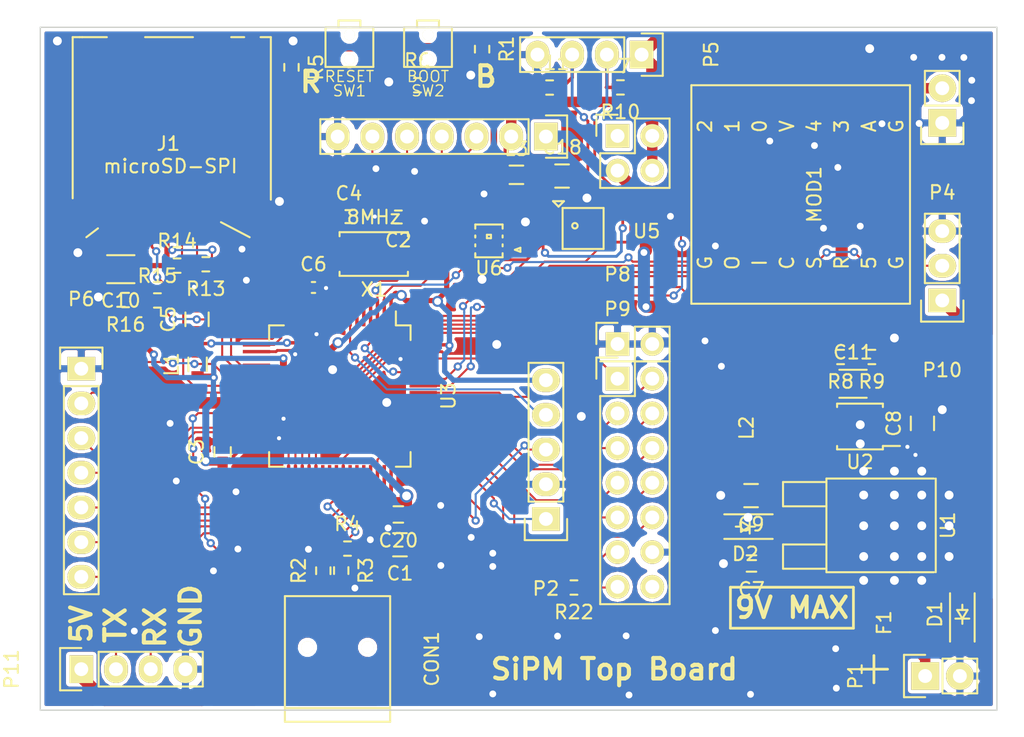
<source format=kicad_pcb>
(kicad_pcb (version 4) (host pcbnew 4.0.2-stable)
  (layers (0 F.Cu signal) (31 B.Cu signal) (34 B.Paste user) (35 F.Paste user) (36 B.SilkS user) (37 F.SilkS user) (38 B.Mask user) (39 F.Mask user) (44 Edge.Cuts user))
  (net 0 "")
  (net 1 +3V3)
  (net 2 GND)
  (net 3 /XTALI)
  (net 4 /XTALO)
  (net 5 /Vdda)
  (net 6 +BATT)
  (net 7 +5V)
  (net 8 /3V3_CLEAN)
  (net 9 "Net-(CON1-Pad2)")
  (net 10 "Net-(CON1-Pad3)")
  (net 11 "Net-(CON1-Pad4)")
  (net 12 "Net-(F1-Pad1)")
  (net 13 "Net-(J1-Pad1)")
  (net 14 /SDC_~SS)
  (net 15 /SDC_MOSI)
  (net 16 /SDC_SCK)
  (net 17 /SDC_MISO)
  (net 18 "Net-(J1-Pad8)")
  (net 19 "Net-(L2-Pad1)")
  (net 20 /LORA_MISO)
  (net 21 /LORA_MOSI)
  (net 22 /LORA_SCK)
  (net 23 /LORA_~CS)
  (net 24 "Net-(MOD1-Pad7)")
  (net 25 "Net-(MOD1-Pad9)")
  (net 26 "Net-(MOD1-Pad11)")
  (net 27 "Net-(MOD1-Pad12)")
  (net 28 /LORA_DIO0)
  (net 29 "Net-(MOD1-Pad15)")
  (net 30 "Net-(MOD1-Pad16)")
  (net 31 /SWCLK)
  (net 32 /SWDIO)
  (net 33 /RESET)
  (net 34 /AUX_RX1)
  (net 35 /AUX_TX1)
  (net 36 /AUX_A0)
  (net 37 /AUX_A1)
  (net 38 /AUX_TX2)
  (net 39 /AUX_RX2)
  (net 40 /I2C_SCL)
  (net 41 /I2C_SDA)
  (net 42 /AUX_A14)
  (net 43 /I2C2_SCL)
  (net 44 /I2C2_SDA)
  (net 45 /MON_5VA)
  (net 46 FPGA_~CS1)
  (net 47 FPGA_~CS0)
  (net 48 FPGA_MISO)
  (net 49 FPGA_SCK)
  (net 50 FPGA_CAPTD)
  (net 51 FPGA_CLR)
  (net 52 FPGA_TRIGD)
  (net 53 /DAC_Din)
  (net 54 /DAC_SCLK)
  (net 55 /DAC_~SYNC)
  (net 56 REG_EN)
  (net 57 /TEMPS)
  (net 58 SLEEP)
  (net 59 "Net-(R1-Pad1)")
  (net 60 /USBDM)
  (net 61 /USBDP)
  (net 62 /BOOT0)
  (net 63 "Net-(R8-Pad1)")
  (net 64 "Net-(R22-Pad2)")
  (net 65 "Net-(U2-Pad8)")
  (net 66 "Net-(U3-Pad4)")
  (net 67 "Net-(U3-Pad8)")
  (net 68 "Net-(U3-Pad9)")
  (net 69 "Net-(U3-Pad10)")
  (net 70 "Net-(U3-Pad11)")
  (net 71 "Net-(U3-Pad25)")
  (net 72 "Net-(U6-Pad2)")
  (net 73 "Net-(U6-Pad4)")
  (net 74 /PA_EN)
  (net 75 "Net-(U3-Pad38)")
  (net 76 "Net-(U3-Pad39)")
  (net 77 "Net-(U3-Pad26)")
  (net 78 "Net-(U3-Pad61)")
  (module Capacitors_SMD:C_0805 (layer F.Cu) (at 126.32 137.89 180)
    (fp_text reference C1 (at 0 -2.1 180) (layer F.SilkS))
    (fp_text value 10u)
    (pad 1 smd rect (at -1 0 180) (size 1 1.25) (layers F.Cu F.Paste F.Mask) (net 1 +3V3))
    (pad 2 smd rect (at 1 0 180) (size 1 1.25) (layers F.Cu F.Paste F.Mask) (net 2 GND))
  )
  (module Capacitors_SMD:C_0402 (layer F.Cu) (at 126.2 113.89 180)
    (fp_text reference C2 (at 0 -1.7 180) (layer F.SilkS))
    (fp_text value 18p)
    (pad 1 smd rect (at -0.55 0 180) (size 0.6 0.5) (layers F.Cu F.Paste F.Mask) (net 3 /XTALI))
    (pad 2 smd rect (at 0.55 0 180) (size 0.6 0.5) (layers F.Cu F.Paste F.Mask) (net 2 GND))
  )
  (module Capacitors_SMD:C_0603 (layer F.Cu) (at 113.34 131.09 90)
    (fp_text reference C3 (at 0 -1.9 90) (layer F.SilkS))
    (fp_text value 1u)
    (pad 1 smd rect (at -0.75 0 90) (size 0.8 0.75) (layers F.Cu F.Paste F.Mask) (net 1 +3V3))
    (pad 2 smd rect (at 0.75 0 90) (size 0.8 0.75) (layers F.Cu F.Paste F.Mask) (net 2 GND))
  )
  (module Capacitors_SMD:C_0402 (layer F.Cu) (at 122.58 113.86)
    (fp_text reference C4 (at 0 -1.7) (layer F.SilkS))
    (fp_text value 18p)
    (pad 1 smd rect (at -0.55 0) (size 0.6 0.5) (layers F.Cu F.Paste F.Mask) (net 4 /XTALO))
    (pad 2 smd rect (at 0.55 0) (size 0.6 0.5) (layers F.Cu F.Paste F.Mask) (net 2 GND))
  )
  (module Capacitors_SMD:C_0805 (layer F.Cu) (at 111.47 121.38 90)
    (fp_text reference C5 (at 0 -2.1 90) (layer F.SilkS))
    (fp_text value 10u)
    (pad 1 smd rect (at -1 0 90) (size 1 1.25) (layers F.Cu F.Paste F.Mask) (net 5 /Vdda))
    (pad 2 smd rect (at 1 0 90) (size 1 1.25) (layers F.Cu F.Paste F.Mask) (net 2 GND))
  )
  (module Capacitors_SMD:C_0201 (layer F.Cu) (at 119.99 119.05)
    (fp_text reference C6 (at 0 -1.7) (layer F.SilkS))
    (fp_text value 10n)
    (pad 1 smd rect (at -0.275 0) (size 0.3 0.35) (layers F.Cu F.Paste F.Mask) (net 5 /Vdda))
    (pad 2 smd rect (at 0.275 0) (size 0.3 0.35) (layers F.Cu F.Paste F.Mask) (net 2 GND))
  )
  (module Capacitors_SMD:C_0603 (layer F.Cu) (at 152.04 139.26 180)
    (fp_text reference C7 (at 0 -1.9 180) (layer F.SilkS))
    (fp_text value 1u)
    (pad 1 smd rect (at -0.75 0 180) (size 0.8 0.75) (layers F.Cu F.Paste F.Mask) (net 6 +BATT))
    (pad 2 smd rect (at 0.75 0 180) (size 0.8 0.75) (layers F.Cu F.Paste F.Mask) (net 2 GND))
  )
  (module Capacitors_SMD:C_0805 (layer F.Cu) (at 164.55 129 90)
    (fp_text reference C8 (at 0 -2.1 90) (layer F.SilkS))
    (fp_text value 10u)
    (pad 1 smd rect (at -1 0 90) (size 1 1.25) (layers F.Cu F.Paste F.Mask) (net 6 +BATT))
    (pad 2 smd rect (at 1 0 90) (size 1 1.25) (layers F.Cu F.Paste F.Mask) (net 2 GND))
  )
  (module Capacitors_SMD:C_0805 (layer F.Cu) (at 152.01 134.29 180)
    (fp_text reference C9 (at 0 -2.1 180) (layer F.SilkS))
    (fp_text value 4.7u)
    (pad 1 smd rect (at -1 0 180) (size 1 1.25) (layers F.Cu F.Paste F.Mask) (net 7 +5V))
    (pad 2 smd rect (at 1 0 180) (size 1 1.25) (layers F.Cu F.Paste F.Mask) (net 2 GND))
  )
  (module Capacitors_SMD:C_1206 (layer F.Cu) (at 105.89 117.71 180)
    (fp_text reference C10 (at 0 -2.3 180) (layer F.SilkS))
    (fp_text value 22u)
    (pad 1 smd rect (at -1.5 0 180) (size 1 1.6) (layers F.Cu F.Paste F.Mask) (net 1 +3V3))
    (pad 2 smd rect (at 1.5 0 180) (size 1 1.6) (layers F.Cu F.Paste F.Mask) (net 2 GND))
  )
  (module Capacitors_SMD:C_1206 (layer F.Cu) (at 159.47 126.1)
    (fp_text reference C11 (at 0 -2.3) (layer F.SilkS))
    (fp_text value 22u)
    (pad 1 smd rect (at -1.5 0) (size 1 1.6) (layers F.Cu F.Paste F.Mask) (net 1 +3V3))
    (pad 2 smd rect (at 1.5 0) (size 1 1.6) (layers F.Cu F.Paste F.Mask) (net 2 GND))
  )
  (module Capacitors_SMD:C_0805 (layer F.Cu) (at 138.18 110.89)
    (fp_text reference C18 (at 0 -2.1) (layer F.SilkS))
    (fp_text value 1u)
    (pad 1 smd rect (at -1 0) (size 1 1.25) (layers F.Cu F.Paste F.Mask) (net 8 /3V3_CLEAN))
    (pad 2 smd rect (at 1 0) (size 1 1.25) (layers F.Cu F.Paste F.Mask) (net 2 GND))
  )
  (module Capacitors_SMD:C_0603 (layer F.Cu) (at 126.2 135.67 180)
    (fp_text reference C20 (at 0 -1.9 180) (layer F.SilkS))
    (fp_text value 1u)
    (pad 1 smd rect (at -0.75 0 180) (size 0.8 0.75) (layers F.Cu F.Paste F.Mask) (net 1 +3V3))
    (pad 2 smd rect (at 0.75 0 180) (size 0.8 0.75) (layers F.Cu F.Paste F.Mask) (net 2 GND))
  )
  (module Connect:USB_Mini-B (layer F.Cu) (at 121.75 146.25 90)
    (fp_text reference CON1 (at 0 6.90118 90) (layer F.SilkS))
    (fp_text value USB-MINI-B)
    (pad 1 smd rect (at 3.44932 -1.6002 90) (size 2.30124 0.50038) (layers F.Cu F.Paste F.Mask) (net 7 +5V))
    (pad 2 smd rect (at 3.44932 -0.8001 90) (size 2.30124 0.50038) (layers F.Cu F.Paste F.Mask) (net 9 "Net-(CON1-Pad2)"))
    (pad 3 smd rect (at 3.44932 0 90) (size 2.30124 0.50038) (layers F.Cu F.Paste F.Mask) (net 10 "Net-(CON1-Pad3)"))
    (pad 4 smd rect (at 3.44932 0.8001 90) (size 2.30124 0.50038) (layers F.Cu F.Paste F.Mask) (net 11 "Net-(CON1-Pad4)"))
    (pad 5 smd rect (at 3.44932 1.6002 90) (size 2.30124 0.50038) (layers F.Cu F.Paste F.Mask) (net 2 GND))
    (pad 6 smd rect (at 3.35026 -4.45008 90) (size 2.49936 1.99898) (layers F.Cu F.Paste F.Mask) (net 2 GND))
    (pad 6 smd rect (at -2.14884 -4.45008 90) (size 2.49936 1.99898) (layers F.Cu F.Paste F.Mask) (net 2 GND))
    (pad 6 smd rect (at 3.35026 4.45008 90) (size 2.49936 1.99898) (layers F.Cu F.Paste F.Mask) (net 2 GND))
    (pad 6 smd rect (at -2.14884 4.45008 90) (size 2.49936 1.99898) (layers F.Cu F.Paste F.Mask) (net 2 GND))
    (pad "" np_thru_hole circle (at 0.8509 -2.19964 90) (size 0.89916 0.89916) (drill 0.89916) (layers *.Cu *.Mask F.SilkS))
    (pad "" np_thru_hole circle (at 0.8509 2.19964 90) (size 0.89916 0.89916) (drill 0.89916) (layers *.Cu *.Mask F.SilkS))
  )
  (module Diodes_SMD:SOD-123 (layer F.Cu) (at 167.47 142.98 90)
    (fp_text reference D1 (at 0 -2 90) (layer F.SilkS))
    (fp_text value >2A)
    (pad 1 smd rect (at -1.635 0 90) (size 0.91 1.22) (layers F.Cu F.Paste F.Mask) (net 2 GND))
    (pad 2 smd rect (at 1.635 0 90) (size 0.91 1.22) (layers F.Cu F.Paste F.Mask) (net 6 +BATT))
  )
  (module Diodes_SMD:SOD-123 (layer F.Cu) (at 151.59 136.56 180)
    (fp_text reference D2 (at 0 -2 180) (layer F.SilkS))
    (fp_text value >1A)
    (pad 1 smd rect (at -1.635 0 180) (size 0.91 1.22) (layers F.Cu F.Paste F.Mask) (net 7 +5V))
    (pad 2 smd rect (at 1.635 0 180) (size 0.91 1.22) (layers F.Cu F.Paste F.Mask) (net 6 +BATT))
  )
  (module Fuse_Holders_and_Fuses:Fuse_SMD1206_Reflow (layer F.Cu) (at 164.5 143.5 90)
    (fp_text reference F1 (at -0.09906 -2.75082 90) (layer F.SilkS))
    (fp_text value "2A poly")
    (pad 1 smd rect (at -1.20396 0 180) (size 2.02946 1.14046) (layers F.Cu F.Paste F.Mask) (net 12 "Net-(F1-Pad1)"))
    (pad 2 smd rect (at 1.20396 0 180) (size 2.02946 1.14046) (layers F.Cu F.Paste F.Mask) (net 6 +BATT))
  )
  (module "Custom Parts:DM3CS-SF" (layer F.Cu) (at 109.22 109.22)
    (fp_text reference J1 (at 0.15 -0.7) (layer F.SilkS))
    (fp_text value microSD-SPI (at 0.3 0.95) (layer F.SilkS))
    (pad 1 smd rect (at 3.35 5.15) (size 0.7 2.6) (layers F.Cu F.Paste F.Mask) (net 13 "Net-(J1-Pad1)"))
    (pad 2 smd rect (at 2.25 5.15) (size 0.7 2.6) (layers F.Cu F.Paste F.Mask) (net 14 /SDC_~SS))
    (pad 3 smd rect (at 1.15 5.15) (size 0.7 2.6) (layers F.Cu F.Paste F.Mask) (net 15 /SDC_MOSI))
    (pad 4 smd rect (at 0.05 5.15) (size 0.7 2.6) (layers F.Cu F.Paste F.Mask) (net 1 +3V3))
    (pad 5 smd rect (at -1.05 5.15) (size 0.7 2.6) (layers F.Cu F.Paste F.Mask) (net 16 /SDC_SCK))
    (pad 6 smd rect (at -2.15 5.15) (size 0.7 2.6) (layers F.Cu F.Paste F.Mask) (net 2 GND))
    (pad 7 smd rect (at -3.25 5.15) (size 0.7 2.6) (layers F.Cu F.Paste F.Mask) (net 17 /SDC_MISO))
    (pad 8 smd rect (at -4.35 5.15) (size 0.7 2.6) (layers F.Cu F.Paste F.Mask) (net 18 "Net-(J1-Pad8)"))
    (pad S smd rect (at 7.1 4.8) (size 1.5 2.6) (layers F.Cu F.Paste F.Mask) (net 2 GND))
    (pad S smd rect (at -6.45 4.95) (size 1 2.6) (layers F.Cu F.Paste F.Mask) (net 2 GND))
    (pad S smd rect (at 3.35 -7.85) (size 2.7 1.4) (layers F.Cu F.Paste F.Mask) (net 2 GND))
    (pad S smd rect (at 6.35 -7.95) (size 1.2 1.2) (layers F.Cu F.Paste F.Mask) (net 2 GND))
    (pad S smd rect (at -2.95 -7.85) (size 2.7 1.4) (layers F.Cu F.Paste F.Mask) (net 2 GND))
  )
  (module Resistors_SMD:R_0603 (layer F.Cu) (at 111.51 124.68 90)
    (fp_text reference L1 (at 0 -1.9 90) (layer F.SilkS))
    (fp_text value BEAD)
    (pad 1 smd rect (at -0.75 0 90) (size 0.5 0.9) (layers F.Cu F.Paste F.Mask) (net 1 +3V3))
    (pad 2 smd rect (at 0.75 0 90) (size 0.5 0.9) (layers F.Cu F.Paste F.Mask) (net 5 /Vdda))
  )
  (module Inductors_NEOSID:Neosid_Inductor_SM-NE29_SMD1008 (layer F.Cu) (at 154.88 129.13 90)
    (fp_text reference L2 (at -0.20066 -3.2004 90) (layer F.SilkS))
    (fp_text value VLF252015MT-2R2M)
    (pad 2 smd rect (at 1.14554 0 90) (size 1.02108 2.54) (layers F.Cu F.Paste F.Mask) (net 1 +3V3))
    (pad 1 smd rect (at -1.14554 0 90) (size 1.02108 2.54) (layers F.Cu F.Paste F.Mask) (net 19 "Net-(L2-Pad1)"))
  )
  (module Resistors_SMD:R_0603 (layer F.Cu) (at 134.84 110.8)
    (fp_text reference L3 (at 0 -1.9) (layer F.SilkS))
    (fp_text value BEAD)
    (pad 1 smd rect (at -0.75 0) (size 0.5 0.9) (layers F.Cu F.Paste F.Mask) (net 1 +3V3))
    (pad 2 smd rect (at 0.75 0) (size 0.5 0.9) (layers F.Cu F.Paste F.Mask) (net 8 /3V3_CLEAN))
  )
  (module "Custom Parts:RFM9xW" (layer F.Cu) (at 155.64 112.24 90)
    (fp_text reference MOD1 (at 0 1 90) (layer F.SilkS))
    (fp_text value RFM_9xW)
    (fp_text user 2 (at 5 -7 90) (layer F.SilkS))
    (fp_text user 1 (at 5 -5 90) (layer F.SilkS))
    (fp_text user 0 (at 5 -3 90) (layer F.SilkS))
    (fp_text user V (at 5 -1 90) (layer F.SilkS))
    (fp_text user 4 (at 5 1 90) (layer F.SilkS))
    (fp_text user 3 (at 5 3 90) (layer F.SilkS))
    (fp_text user 5 (at -5 5 90) (layer F.SilkS))
    (fp_text user R (at -5 3 90) (layer F.SilkS))
    (fp_text user S (at -5 1 90) (layer F.SilkS))
    (fp_text user C (at -5 -1 90) (layer F.SilkS))
    (fp_text user I (at -5 -3 90) (layer F.SilkS))
    (fp_text user O (at -5 -5 90) (layer F.SilkS))
    (fp_text user A (at 5 5 90) (layer F.SilkS))
    (fp_text user G (at 5 7 90) (layer F.SilkS))
    (fp_text user G (at -5 7 90) (layer F.SilkS))
    (fp_text user G (at -5 -7 90) (layer F.SilkS))
    (pad 1 smd rect (at -8 -7 90) (size 3 1.1) (layers F.Cu F.Paste F.Mask) (net 2 GND))
    (pad 2 smd rect (at -8 -5 90) (size 3 1.1) (layers F.Cu F.Paste F.Mask) (net 20 /LORA_MISO))
    (pad 3 smd rect (at -8 -3 90) (size 3 1.1) (layers F.Cu F.Paste F.Mask) (net 21 /LORA_MOSI))
    (pad 4 smd rect (at -8 -1 90) (size 3 1.1) (layers F.Cu F.Paste F.Mask) (net 22 /LORA_SCK))
    (pad 5 smd rect (at -8 1 90) (size 3 1.1) (layers F.Cu F.Paste F.Mask) (net 23 /LORA_~CS))
    (pad 6 smd rect (at -8 3 90) (size 3 1.1) (layers F.Cu F.Paste F.Mask) (net 1 +3V3))
    (pad 7 smd rect (at -8 5 90) (size 3 1.1) (layers F.Cu F.Paste F.Mask) (net 24 "Net-(MOD1-Pad7)"))
    (pad 8 smd rect (at -8 7 90) (size 3 1.1) (layers F.Cu F.Paste F.Mask) (net 2 GND))
    (pad 9 smd rect (at 8 7 90) (size 3 1.1) (layers F.Cu F.Paste F.Mask) (net 25 "Net-(MOD1-Pad9)"))
    (pad 10 smd rect (at 8 5 90) (size 3 1.1) (layers F.Cu F.Paste F.Mask) (net 2 GND))
    (pad 11 smd rect (at 8 3 90) (size 3 1.1) (layers F.Cu F.Paste F.Mask) (net 26 "Net-(MOD1-Pad11)"))
    (pad 12 smd rect (at 8 1 90) (size 3 1.1) (layers F.Cu F.Paste F.Mask) (net 27 "Net-(MOD1-Pad12)"))
    (pad 13 smd rect (at 8 -1 90) (size 3 1.1) (layers F.Cu F.Paste F.Mask) (net 1 +3V3))
    (pad 14 smd rect (at 8 -3 90) (size 3 1.1) (layers F.Cu F.Paste F.Mask) (net 28 /LORA_DIO0))
    (pad 15 smd rect (at 8 -5 90) (size 3 1.1) (layers F.Cu F.Paste F.Mask) (net 29 "Net-(MOD1-Pad15)"))
    (pad 16 smd rect (at 8 -7 90) (size 3 1.1) (layers F.Cu F.Paste F.Mask) (net 30 "Net-(MOD1-Pad16)"))
  )
  (module Pin_Headers:Pin_Header_Straight_1x02 (layer F.Cu) (at 164.75 147.5 90)
    (fp_text reference P1 (at 0 -5.1 90) (layer F.SilkS))
    (fp_text value "6V PWR")
    (pad 1 thru_hole rect (at 0 0 90) (size 2.032 2.032) (drill 1.016) (layers *.Cu *.Mask F.SilkS) (net 12 "Net-(F1-Pad1)"))
    (pad 2 thru_hole oval (at 0 2.54 90) (size 2.032 2.032) (drill 1.016) (layers *.Cu *.Mask F.SilkS) (net 2 GND))
  )
  (module Pin_Headers:Pin_Header_Straight_1x07 (layer F.Cu) (at 137 108 270)
    (fp_text reference P3 (at 0 -5.1 270) (layer F.SilkS))
    (fp_text value GPS)
    (pad 1 thru_hole rect (at 0 0 270) (size 2.032 1.7272) (drill 1.016) (layers *.Cu *.Mask F.SilkS) (net 7 +5V))
    (pad 2 thru_hole oval (at 0 2.54 270) (size 2.032 1.7272) (drill 1.016) (layers *.Cu *.Mask F.SilkS) (net 1 +3V3))
    (pad 3 thru_hole oval (at 0 5.08 270) (size 2.032 1.7272) (drill 1.016) (layers *.Cu *.Mask F.SilkS) (net 36 /AUX_A0))
    (pad 4 thru_hole oval (at 0 7.62 270) (size 2.032 1.7272) (drill 1.016) (layers *.Cu *.Mask F.SilkS) (net 37 /AUX_A1))
    (pad 5 thru_hole oval (at 0 10.16 270) (size 2.032 1.7272) (drill 1.016) (layers *.Cu *.Mask F.SilkS) (net 38 /AUX_TX2))
    (pad 6 thru_hole oval (at 0 12.7 270) (size 2.032 1.7272) (drill 1.016) (layers *.Cu *.Mask F.SilkS) (net 39 /AUX_RX2))
    (pad 7 thru_hole oval (at 0 15.24 270) (size 2.032 1.7272) (drill 1.016) (layers *.Cu *.Mask F.SilkS) (net 2 GND))
  )
  (module Pin_Headers:Pin_Header_Straight_1x02 (layer F.Cu) (at 166 107 180)
    (fp_text reference P4 (at 0 -5.1 180) (layer F.SilkS))
    (fp_text value CONN_01X02)
    (pad 1 thru_hole rect (at 0 0 180) (size 2.032 2.032) (drill 1.016) (layers *.Cu *.Mask F.SilkS) (net 2 GND))
    (pad 2 thru_hole oval (at 0 2.54 180) (size 2.032 2.032) (drill 1.016) (layers *.Cu *.Mask F.SilkS) (net 25 "Net-(MOD1-Pad9)"))
  )
  (module Pin_Headers:Pin_Header_Straight_1x04 (layer F.Cu) (at 144 102 270)
    (fp_text reference P5 (at 0 -5.1 270) (layer F.SilkS))
    (fp_text value I2C)
    (pad 1 thru_hole rect (at 0 0 270) (size 2.032 1.7272) (drill 1.016) (layers *.Cu *.Mask F.SilkS) (net 1 +3V3))
    (pad 2 thru_hole oval (at 0 2.54 270) (size 2.032 1.7272) (drill 1.016) (layers *.Cu *.Mask F.SilkS) (net 40 /I2C_SCL))
    (pad 3 thru_hole oval (at 0 5.08 270) (size 2.032 1.7272) (drill 1.016) (layers *.Cu *.Mask F.SilkS) (net 41 /I2C_SDA))
    (pad 4 thru_hole oval (at 0 7.62 270) (size 2.032 1.7272) (drill 1.016) (layers *.Cu *.Mask F.SilkS) (net 2 GND))
  )
  (module Pin_Headers:Pin_Header_Straight_1x07 (layer F.Cu) (at 103 125)
    (fp_text reference P6 (at 0 -5.1) (layer F.SilkS))
    (fp_text value SPI)
    (pad 1 thru_hole rect (at 0 0) (size 2.032 1.7272) (drill 1.016) (layers *.Cu *.Mask F.SilkS) (net 2 GND))
    (pad 2 thru_hole oval (at 0 2.54) (size 2.032 1.7272) (drill 1.016) (layers *.Cu *.Mask F.SilkS) (net 42 /AUX_A14))
    (pad 3 thru_hole oval (at 0 5.08) (size 2.032 1.7272) (drill 1.016) (layers *.Cu *.Mask F.SilkS) (net 43 /I2C2_SCL))
    (pad 4 thru_hole oval (at 0 7.62) (size 2.032 1.7272) (drill 1.016) (layers *.Cu *.Mask F.SilkS) (net 44 /I2C2_SDA))
    (pad 5 thru_hole oval (at 0 10.16) (size 2.032 1.7272) (drill 1.016) (layers *.Cu *.Mask F.SilkS) (net 22 /LORA_SCK))
    (pad 6 thru_hole oval (at 0 12.7) (size 2.032 1.7272) (drill 1.016) (layers *.Cu *.Mask F.SilkS) (net 20 /LORA_MISO))
    (pad 7 thru_hole oval (at 0 15.24) (size 2.032 1.7272) (drill 1.016) (layers *.Cu *.Mask F.SilkS) (net 21 /LORA_MOSI))
  )
  (module Pin_Headers:Pin_Header_Straight_2x02 (layer F.Cu) (at 142.24 107.95)
    (fp_text reference P7 (at 0 -5.1) (layer F.SilkS))
    (fp_text value 1_4)
    (pad 1 thru_hole rect (at 0 0) (size 1.7272 1.7272) (drill 1.016) (layers *.Cu *.Mask F.SilkS) (net 45 /MON_5VA))
    (pad 2 thru_hole oval (at 2.54 0) (size 1.7272 1.7272) (drill 1.016) (layers *.Cu *.Mask F.SilkS) (net 1 +3V3))
    (pad 3 thru_hole oval (at 0 2.54) (size 1.7272 1.7272) (drill 1.016) (layers *.Cu *.Mask F.SilkS) (net 7 +5V))
    (pad 4 thru_hole oval (at 2.54 2.54) (size 1.7272 1.7272) (drill 1.016) (layers *.Cu *.Mask F.SilkS) (net 1 +3V3))
  )
  (module Pin_Headers:Pin_Header_Straight_2x01 (layer F.Cu) (at 142.24 123.19)
    (fp_text reference P8 (at 0 -5.1) (layer F.SilkS))
    (fp_text value 13_14)
    (pad 1 thru_hole rect (at 0 0) (size 1.7272 1.7272) (drill 1.016) (layers *.Cu *.Mask F.SilkS) (net 2 GND))
    (pad 2 thru_hole oval (at 2.54 0) (size 1.7272 1.7272) (drill 1.016) (layers *.Cu *.Mask F.SilkS) (net 2 GND))
  )
  (module Pin_Headers:Pin_Header_Straight_2x07 (layer F.Cu) (at 142.24 125.73)
    (fp_text reference P9 (at 0 -5.1) (layer F.SilkS))
    (fp_text value CONN_02X07)
    (pad 1 thru_hole rect (at 0 0) (size 1.7272 1.7272) (drill 1.016) (layers *.Cu *.Mask F.SilkS) (net 46 FPGA_~CS1))
    (pad 2 thru_hole oval (at 2.54 0) (size 1.7272 1.7272) (drill 1.016) (layers *.Cu *.Mask F.SilkS) (net 47 FPGA_~CS0))
    (pad 3 thru_hole oval (at 0 2.54) (size 1.7272 1.7272) (drill 1.016) (layers *.Cu *.Mask F.SilkS) (net 48 FPGA_MISO))
    (pad 4 thru_hole oval (at 2.54 2.54) (size 1.7272 1.7272) (drill 1.016) (layers *.Cu *.Mask F.SilkS) (net 49 FPGA_SCK))
    (pad 5 thru_hole oval (at 0 5.08) (size 1.7272 1.7272) (drill 1.016) (layers *.Cu *.Mask F.SilkS) (net 50 FPGA_CAPTD))
    (pad 6 thru_hole oval (at 2.54 5.08) (size 1.7272 1.7272) (drill 1.016) (layers *.Cu *.Mask F.SilkS) (net 51 FPGA_CLR))
    (pad 7 thru_hole oval (at 0 7.62) (size 1.7272 1.7272) (drill 1.016) (layers *.Cu *.Mask F.SilkS) (net 52 FPGA_TRIGD))
    (pad 8 thru_hole oval (at 2.54 7.62) (size 1.7272 1.7272) (drill 1.016) (layers *.Cu *.Mask F.SilkS) (net 53 /DAC_Din))
    (pad 9 thru_hole oval (at 0 10.16) (size 1.7272 1.7272) (drill 1.016) (layers *.Cu *.Mask F.SilkS) (net 54 /DAC_SCLK))
    (pad 10 thru_hole oval (at 2.54 10.16) (size 1.7272 1.7272) (drill 1.016) (layers *.Cu *.Mask F.SilkS) (net 55 /DAC_~SYNC))
    (pad 11 thru_hole oval (at 0 12.7) (size 1.7272 1.7272) (drill 1.016) (layers *.Cu *.Mask F.SilkS) (net 56 REG_EN))
    (pad 12 thru_hole oval (at 2.54 12.7) (size 1.7272 1.7272) (drill 1.016) (layers *.Cu *.Mask F.SilkS) (net 2 GND))
    (pad 13 thru_hole oval (at 0 15.24) (size 1.7272 1.7272) (drill 1.016) (layers *.Cu *.Mask F.SilkS) (net 57 /TEMPS))
    (pad 14 thru_hole oval (at 2.54 15.24) (size 1.7272 1.7272) (drill 1.016) (layers *.Cu *.Mask F.SilkS) (net 58 SLEEP))
  )
  (module Resistors_SMD:R_0402 (layer F.Cu) (at 132.33 101.6 270)
    (fp_text reference R1 (at 0 -1.8 270) (layer F.SilkS))
    (fp_text value 1k)
    (pad 1 smd rect (at -0.45 0 270) (size 0.4 0.6) (layers F.Cu F.Paste F.Mask) (net 59 "Net-(R1-Pad1)"))
    (pad 2 smd rect (at 0.45 0 270) (size 0.4 0.6) (layers F.Cu F.Paste F.Mask) (net 1 +3V3))
  )
  (module Resistors_SMD:R_0402 (layer F.Cu) (at 120.71 139.79 90)
    (fp_text reference R2 (at 0 -1.8 90) (layer F.SilkS))
    (fp_text value 22)
    (pad 1 smd rect (at -0.45 0 90) (size 0.4 0.6) (layers F.Cu F.Paste F.Mask) (net 9 "Net-(CON1-Pad2)"))
    (pad 2 smd rect (at 0.45 0 90) (size 0.4 0.6) (layers F.Cu F.Paste F.Mask) (net 60 /USBDM))
  )
  (module Resistors_SMD:R_0402 (layer F.Cu) (at 122.02 139.78 270)
    (fp_text reference R3 (at 0 -1.8 270) (layer F.SilkS))
    (fp_text value 22)
    (pad 1 smd rect (at -0.45 0 270) (size 0.4 0.6) (layers F.Cu F.Paste F.Mask) (net 61 /USBDP))
    (pad 2 smd rect (at 0.45 0 270) (size 0.4 0.6) (layers F.Cu F.Paste F.Mask) (net 10 "Net-(CON1-Pad3)"))
  )
  (module Resistors_SMD:R_0402 (layer F.Cu) (at 122.48 138.17)
    (fp_text reference R4 (at 0 -1.8) (layer F.SilkS))
    (fp_text value 1k5)
    (pad 1 smd rect (at -0.45 0) (size 0.4 0.6) (layers F.Cu F.Paste F.Mask) (net 61 /USBDP))
    (pad 2 smd rect (at 0.45 0) (size 0.4 0.6) (layers F.Cu F.Paste F.Mask) (net 1 +3V3))
  )
  (module Resistors_SMD:R_0402 (layer F.Cu) (at 118.38 102.93 270)
    (fp_text reference R5 (at 0 -1.8 270) (layer F.SilkS))
    (fp_text value 10k)
    (pad 1 smd rect (at -0.45 0 270) (size 0.4 0.6) (layers F.Cu F.Paste F.Mask) (net 33 /RESET))
    (pad 2 smd rect (at 0.45 0 270) (size 0.4 0.6) (layers F.Cu F.Paste F.Mask) (net 1 +3V3))
  )
  (module Resistors_SMD:R_0402 (layer F.Cu) (at 127.6 104.24)
    (fp_text reference R6 (at 0 -1.8) (layer F.SilkS))
    (fp_text value 10k)
    (pad 1 smd rect (at -0.45 0) (size 0.4 0.6) (layers F.Cu F.Paste F.Mask) (net 62 /BOOT0))
    (pad 2 smd rect (at 0.45 0) (size 0.4 0.6) (layers F.Cu F.Paste F.Mask) (net 2 GND))
  )
  (module Resistors_SMD:R_0402 (layer F.Cu) (at 158.56 124.14 180)
    (fp_text reference R8 (at 0 -1.8 180) (layer F.SilkS))
    (fp_text value 715k)
    (pad 1 smd rect (at -0.45 0 180) (size 0.4 0.6) (layers F.Cu F.Paste F.Mask) (net 63 "Net-(R8-Pad1)"))
    (pad 2 smd rect (at 0.45 0 180) (size 0.4 0.6) (layers F.Cu F.Paste F.Mask) (net 1 +3V3))
  )
  (module Resistors_SMD:R_0402 (layer F.Cu) (at 160.85 124.14 180)
    (fp_text reference R9 (at 0 -1.8 180) (layer F.SilkS))
    (fp_text value 180k)
    (pad 1 smd rect (at -0.45 0 180) (size 0.4 0.6) (layers F.Cu F.Paste F.Mask) (net 2 GND))
    (pad 2 smd rect (at 0.45 0 180) (size 0.4 0.6) (layers F.Cu F.Paste F.Mask) (net 63 "Net-(R8-Pad1)"))
  )
  (module Resistors_SMD:R_0402 (layer F.Cu) (at 142.45 104.4 180)
    (fp_text reference R10 (at 0 -1.8 180) (layer F.SilkS))
    (fp_text value 2k2)
    (pad 1 smd rect (at -0.45 0 180) (size 0.4 0.6) (layers F.Cu F.Paste F.Mask) (net 1 +3V3))
    (pad 2 smd rect (at 0.45 0 180) (size 0.4 0.6) (layers F.Cu F.Paste F.Mask) (net 40 /I2C_SCL))
  )
  (module Resistors_SMD:R_0402 (layer F.Cu) (at 137.27 104.41)
    (fp_text reference R11 (at 0 -1.8) (layer F.SilkS))
    (fp_text value 2k2)
    (pad 1 smd rect (at -0.45 0) (size 0.4 0.6) (layers F.Cu F.Paste F.Mask) (net 1 +3V3))
    (pad 2 smd rect (at 0.45 0) (size 0.4 0.6) (layers F.Cu F.Paste F.Mask) (net 41 /I2C_SDA))
  )
  (module Resistors_SMD:R_0402 (layer F.Cu) (at 112.11 117.35 180)
    (fp_text reference R13 (at 0 -1.8 180) (layer F.SilkS))
    (fp_text value 47k)
    (pad 1 smd rect (at -0.45 0 180) (size 0.4 0.6) (layers F.Cu F.Paste F.Mask) (net 1 +3V3))
    (pad 2 smd rect (at 0.45 0 180) (size 0.4 0.6) (layers F.Cu F.Paste F.Mask) (net 14 /SDC_~SS))
  )
  (module Resistors_SMD:R_0402 (layer F.Cu) (at 110.01 117.45)
    (fp_text reference R14 (at 0 -1.8) (layer F.SilkS))
    (fp_text value 47k)
    (pad 1 smd rect (at -0.45 0) (size 0.4 0.6) (layers F.Cu F.Paste F.Mask) (net 1 +3V3))
    (pad 2 smd rect (at 0.45 0) (size 0.4 0.6) (layers F.Cu F.Paste F.Mask) (net 15 /SDC_MOSI))
  )
  (module Resistors_SMD:R_0402 (layer F.Cu) (at 108.57 120)
    (fp_text reference R15 (at 0 -1.8) (layer F.SilkS))
    (fp_text value 47k)
    (pad 1 smd rect (at -0.45 0) (size 0.4 0.6) (layers F.Cu F.Paste F.Mask) (net 1 +3V3))
    (pad 2 smd rect (at 0.45 0) (size 0.4 0.6) (layers F.Cu F.Paste F.Mask) (net 16 /SDC_SCK))
  )
  (module Resistors_SMD:R_0402 (layer F.Cu) (at 106.24 119.97 180)
    (fp_text reference R16 (at 0 -1.8 180) (layer F.SilkS))
    (fp_text value 47k)
    (pad 1 smd rect (at -0.45 0 180) (size 0.4 0.6) (layers F.Cu F.Paste F.Mask) (net 1 +3V3))
    (pad 2 smd rect (at 0.45 0 180) (size 0.4 0.6) (layers F.Cu F.Paste F.Mask) (net 17 /SDC_MISO))
  )
  (module Resistors_SMD:R_0402 (layer F.Cu) (at 139.05 141.02 180)
    (fp_text reference R22 (at 0 -1.8 180) (layer F.SilkS))
    (fp_text value 10k)
    (pad 1 smd rect (at -0.45 0 180) (size 0.4 0.6) (layers F.Cu F.Paste F.Mask) (net 57 /TEMPS))
    (pad 2 smd rect (at 0.45 0 180) (size 0.4 0.6) (layers F.Cu F.Paste F.Mask) (net 64 "Net-(R22-Pad2)"))
  )
  (module "Custom Parts:SKSCLDE010" (layer F.Cu) (at 122.62 101.45 180)
    (fp_text reference SW1 (at 0 -3.2 180) (layer F.SilkS) (effects (font (size 0.8 0.8) (thickness 0.1))))
    (fp_text value RESET (at 0 -2.15 180) (layer F.SilkS) (effects (font (size 0.8 0.8) (thickness 0.1))))
    (pad 1 smd rect (at -1.8 0.65 180) (size 1.4 0.9) (layers F.Cu F.Paste F.Mask) (net 2 GND))
    (pad 1 smd rect (at 1.8 0.65 180) (size 1.4 0.9) (layers F.Cu F.Paste F.Mask) (net 2 GND))
    (pad 2 smd rect (at -1.8 -0.65 180) (size 1.4 0.9) (layers F.Cu F.Paste F.Mask) (net 33 /RESET))
    (pad 2 smd rect (at 1.8 -0.65 180) (size 1.4 0.9) (layers F.Cu F.Paste F.Mask) (net 33 /RESET))
    (pad "" np_thru_hole circle (at 0 -0.9 180) (size 0.8 0.8) (drill 0.8) (layers *.Cu *.Mask F.SilkS))
    (pad "" np_thru_hole circle (at 0 0.9 180) (size 0.8 0.8) (drill 0.8) (layers *.Cu *.Mask F.SilkS))
  )
  (module "Custom Parts:SKSCLDE010" (layer F.Cu) (at 128.37 101.45 180)
    (fp_text reference SW2 (at 0 -3.2 180) (layer F.SilkS) (effects (font (size 0.8 0.8) (thickness 0.1))))
    (fp_text value BOOT (at 0 -2.15 180) (layer F.SilkS) (effects (font (size 0.8 0.8) (thickness 0.1))))
    (pad 1 smd rect (at -1.8 0.65 180) (size 1.4 0.9) (layers F.Cu F.Paste F.Mask) (net 59 "Net-(R1-Pad1)"))
    (pad 1 smd rect (at 1.8 0.65 180) (size 1.4 0.9) (layers F.Cu F.Paste F.Mask) (net 59 "Net-(R1-Pad1)"))
    (pad 2 smd rect (at -1.8 -0.65 180) (size 1.4 0.9) (layers F.Cu F.Paste F.Mask) (net 62 /BOOT0))
    (pad 2 smd rect (at 1.8 -0.65 180) (size 1.4 0.9) (layers F.Cu F.Paste F.Mask) (net 62 /BOOT0))
    (pad "" np_thru_hole circle (at 0 -0.9 180) (size 0.8 0.8) (drill 0.8) (layers *.Cu *.Mask F.SilkS))
    (pad "" np_thru_hole circle (at 0 0.9 180) (size 0.8 0.8) (drill 0.8) (layers *.Cu *.Mask F.SilkS))
  )
  (module TO_SOT_Packages_SMD:TO-252-2Lead (layer F.Cu) (at 156 136.47 270)
    (fp_text reference U1 (at 0 -10.414 270) (layer F.SilkS))
    (fp_text value LP38690DTX)
    (pad 1 smd rect (at -2.286 0 270) (size 1.651 3.048) (layers F.Cu F.Paste F.Mask) (net 7 +5V))
    (pad 2 smd rect (at 0 -6.35 270) (size 6.096 6.096) (layers F.Cu F.Paste F.Mask) (net 2 GND))
    (pad 3 smd rect (at 2.286 0 270) (size 1.651 3.048) (layers F.Cu F.Paste F.Mask) (net 6 +BATT))
  )
  (module Housings_SSOP:MSOP-8_3x3mm_Pitch0.65mm (layer F.Cu) (at 159.98 129.23 180)
    (fp_text reference U2 (at 0 -2.6 180) (layer F.SilkS))
    (fp_text value TPS62160)
    (pad 1 smd rect (at -2.2 -0.975 180) (size 1.45 0.45) (layers F.Cu F.Paste F.Mask) (net 2 GND))
    (pad 2 smd rect (at -2.2 -0.325 180) (size 1.45 0.45) (layers F.Cu F.Paste F.Mask) (net 6 +BATT))
    (pad 3 smd rect (at -2.2 0.325 180) (size 1.45 0.45) (layers F.Cu F.Paste F.Mask) (net 6 +BATT))
    (pad 4 smd rect (at -2.2 0.975 180) (size 1.45 0.45) (layers F.Cu F.Paste F.Mask) (net 2 GND))
    (pad 5 smd rect (at 2.2 0.975 180) (size 1.45 0.45) (layers F.Cu F.Paste F.Mask) (net 63 "Net-(R8-Pad1)"))
    (pad 6 smd rect (at 2.2 0.325 180) (size 1.45 0.45) (layers F.Cu F.Paste F.Mask) (net 1 +3V3))
    (pad 7 smd rect (at 2.2 -0.325 180) (size 1.45 0.45) (layers F.Cu F.Paste F.Mask) (net 19 "Net-(L2-Pad1)"))
    (pad 8 smd rect (at 2.2 -0.975 180) (size 1.45 0.45) (layers F.Cu F.Paste F.Mask) (net 65 "Net-(U2-Pad8)"))
  )
  (module "Custom Parts:LQFP-64_10x10mm_Pitch0.5mm-HS" (layer F.Cu) (at 121.92 127 270)
    (fp_text reference U3 (at 0 -7.95 270) (layer F.SilkS))
    (fp_text value STM32F103RETx)
    (pad 1 smd rect (at -6.1 -3.75 270) (size 2 0.25) (layers F.Cu F.Paste F.Mask) (net 1 +3V3))
    (pad 2 smd rect (at -6.1 -3.25 270) (size 2 0.25) (layers F.Cu F.Paste F.Mask) (net 62 /BOOT0))
    (pad 3 smd rect (at -6.1 -2.75 270) (size 2 0.25) (layers F.Cu F.Paste F.Mask) (net 74 /PA_EN))
    (pad 4 smd rect (at -6.1 -2.25 270) (size 2 0.25) (layers F.Cu F.Paste F.Mask) (net 66 "Net-(U3-Pad4)"))
    (pad 5 smd rect (at -6.1 -1.75 270) (size 2 0.25) (layers F.Cu F.Paste F.Mask) (net 3 /XTALI))
    (pad 6 smd rect (at -6.1 -1.25 270) (size 2 0.25) (layers F.Cu F.Paste F.Mask) (net 4 /XTALO))
    (pad 7 smd rect (at -6.1 -0.75 270) (size 2 0.25) (layers F.Cu F.Paste F.Mask) (net 33 /RESET))
    (pad 8 smd rect (at -6.1 -0.25 270) (size 2 0.25) (layers F.Cu F.Paste F.Mask) (net 67 "Net-(U3-Pad8)"))
    (pad 9 smd rect (at -6.1 0.25 270) (size 2 0.25) (layers F.Cu F.Paste F.Mask) (net 68 "Net-(U3-Pad9)"))
    (pad 10 smd rect (at -6.1 0.75 270) (size 2 0.25) (layers F.Cu F.Paste F.Mask) (net 69 "Net-(U3-Pad10)"))
    (pad 11 smd rect (at -6.1 1.25 270) (size 2 0.25) (layers F.Cu F.Paste F.Mask) (net 70 "Net-(U3-Pad11)"))
    (pad 12 smd rect (at -6.1 1.75 270) (size 2 0.25) (layers F.Cu F.Paste F.Mask) (net 2 GND))
    (pad 13 smd rect (at -6.1 2.25 270) (size 2 0.25) (layers F.Cu F.Paste F.Mask) (net 5 /Vdda))
    (pad 14 smd rect (at -6.1 2.75 270) (size 2 0.25) (layers F.Cu F.Paste F.Mask) (net 36 /AUX_A0))
    (pad 15 smd rect (at -6.1 3.25 270) (size 2 0.25) (layers F.Cu F.Paste F.Mask) (net 37 /AUX_A1))
    (pad 16 smd rect (at -6.1 3.75 270) (size 2 0.25) (layers F.Cu F.Paste F.Mask) (net 38 /AUX_TX2))
    (pad 17 smd rect (at -3.75 6.1) (size 2 0.25) (layers F.Cu F.Paste F.Mask) (net 39 /AUX_RX2))
    (pad 18 smd rect (at -3.25 6.1) (size 2 0.25) (layers F.Cu F.Paste F.Mask) (net 2 GND))
    (pad 19 smd rect (at -2.75 6.1) (size 2 0.25) (layers F.Cu F.Paste F.Mask) (net 1 +3V3))
    (pad 20 smd rect (at -2.25 6.1) (size 2 0.25) (layers F.Cu F.Paste F.Mask) (net 14 /SDC_~SS))
    (pad 21 smd rect (at -1.75 6.1) (size 2 0.25) (layers F.Cu F.Paste F.Mask) (net 16 /SDC_SCK))
    (pad 22 smd rect (at -1.25 6.1) (size 2 0.25) (layers F.Cu F.Paste F.Mask) (net 17 /SDC_MISO))
    (pad 23 smd rect (at -0.75 6.1) (size 2 0.25) (layers F.Cu F.Paste F.Mask) (net 15 /SDC_MOSI))
    (pad 24 smd rect (at -0.25 6.1) (size 2 0.25) (layers F.Cu F.Paste F.Mask) (net 42 /AUX_A14))
    (pad 25 smd rect (at 0.25 6.1) (size 2 0.25) (layers F.Cu F.Paste F.Mask) (net 71 "Net-(U3-Pad25)"))
    (pad 26 smd rect (at 0.75 6.1) (size 2 0.25) (layers F.Cu F.Paste F.Mask) (net 77 "Net-(U3-Pad26)"))
    (pad 27 smd rect (at 1.25 6.1) (size 2 0.25) (layers F.Cu F.Paste F.Mask) (net 64 "Net-(R22-Pad2)"))
    (pad 28 smd rect (at 1.75 6.1) (size 2 0.25) (layers F.Cu F.Paste F.Mask) (net 2 GND))
    (pad 29 smd rect (at 2.25 6.1) (size 2 0.25) (layers F.Cu F.Paste F.Mask) (net 43 /I2C2_SCL))
    (pad 30 smd rect (at 2.75 6.1) (size 2 0.25) (layers F.Cu F.Paste F.Mask) (net 44 /I2C2_SDA))
    (pad 31 smd rect (at 3.25 6.1) (size 2 0.25) (layers F.Cu F.Paste F.Mask) (net 2 GND))
    (pad 32 smd rect (at 3.75 6.1) (size 2 0.25) (layers F.Cu F.Paste F.Mask) (net 1 +3V3))
    (pad 33 smd rect (at 6.05 3.75 270) (size 2 0.25) (layers F.Cu F.Paste F.Mask) (net 23 /LORA_~CS))
    (pad 34 smd rect (at 6.05 3.25 270) (size 2 0.25) (layers F.Cu F.Paste F.Mask) (net 22 /LORA_SCK))
    (pad 35 smd rect (at 6.05 2.75 270) (size 2 0.25) (layers F.Cu F.Paste F.Mask) (net 20 /LORA_MISO))
    (pad 36 smd rect (at 6.05 2.25 270) (size 2 0.25) (layers F.Cu F.Paste F.Mask) (net 21 /LORA_MOSI))
    (pad 37 smd rect (at 6.05 1.75 270) (size 2 0.25) (layers F.Cu F.Paste F.Mask) (net 28 /LORA_DIO0))
    (pad 38 smd rect (at 6.05 1.25 270) (size 2 0.25) (layers F.Cu F.Paste F.Mask) (net 75 "Net-(U3-Pad38)"))
    (pad 39 smd rect (at 6.05 0.75 270) (size 2 0.25) (layers F.Cu F.Paste F.Mask) (net 76 "Net-(U3-Pad39)"))
    (pad 40 smd rect (at 6.05 0.25 270) (size 2 0.25) (layers F.Cu F.Paste F.Mask) (net 56 REG_EN))
    (pad 41 smd rect (at 6.05 -0.25 270) (size 2 0.25) (layers F.Cu F.Paste F.Mask) (net 55 /DAC_~SYNC))
    (pad 42 smd rect (at 6.05 -0.75 270) (size 2 0.25) (layers F.Cu F.Paste F.Mask) (net 35 /AUX_TX1))
    (pad 43 smd rect (at 6.05 -1.25 270) (size 2 0.25) (layers F.Cu F.Paste F.Mask) (net 34 /AUX_RX1))
    (pad 44 smd rect (at 6.05 -1.75 270) (size 2 0.25) (layers F.Cu F.Paste F.Mask) (net 60 /USBDM))
    (pad 45 smd rect (at 6.05 -2.25 270) (size 2 0.25) (layers F.Cu F.Paste F.Mask) (net 61 /USBDP))
    (pad 46 smd rect (at 6.05 -2.75 270) (size 2 0.25) (layers F.Cu F.Paste F.Mask) (net 32 /SWDIO))
    (pad 47 smd rect (at 6.05 -3.25 270) (size 2 0.25) (layers F.Cu F.Paste F.Mask) (net 2 GND))
    (pad 48 smd rect (at 6.05 -3.75 270) (size 2 0.25) (layers F.Cu F.Paste F.Mask) (net 1 +3V3))
    (pad 49 smd rect (at 3.75 -6.1) (size 2 0.25) (layers F.Cu F.Paste F.Mask) (net 31 /SWCLK))
    (pad 50 smd rect (at 3.25 -6.1) (size 2 0.25) (layers F.Cu F.Paste F.Mask) (net 54 /DAC_SCLK))
    (pad 51 smd rect (at 2.75 -6.1) (size 2 0.25) (layers F.Cu F.Paste F.Mask) (net 53 /DAC_Din))
    (pad 52 smd rect (at 2.25 -6.1) (size 2 0.25) (layers F.Cu F.Paste F.Mask) (net 52 FPGA_TRIGD))
    (pad 53 smd rect (at 1.75 -6.1) (size 2 0.25) (layers F.Cu F.Paste F.Mask) (net 51 FPGA_CLR))
    (pad 54 smd rect (at 1.25 -6.1) (size 2 0.25) (layers F.Cu F.Paste F.Mask) (net 50 FPGA_CAPTD))
    (pad 55 smd rect (at 0.75 -6.1) (size 2 0.25) (layers F.Cu F.Paste F.Mask) (net 49 FPGA_SCK))
    (pad 56 smd rect (at 0.25 -6.1) (size 2 0.25) (layers F.Cu F.Paste F.Mask) (net 48 FPGA_MISO))
    (pad 57 smd rect (at -0.25 -6.1) (size 2 0.25) (layers F.Cu F.Paste F.Mask) (net 47 FPGA_~CS0))
    (pad 58 smd rect (at -0.75 -6.1) (size 2 0.25) (layers F.Cu F.Paste F.Mask) (net 40 /I2C_SCL))
    (pad 59 smd rect (at -1.25 -6.1) (size 2 0.25) (layers F.Cu F.Paste F.Mask) (net 41 /I2C_SDA))
    (pad 60 smd rect (at -1.75 -6.1) (size 2 0.25) (layers F.Cu F.Paste F.Mask) (net 62 /BOOT0))
    (pad 61 smd rect (at -2.25 -6.1) (size 2 0.25) (layers F.Cu F.Paste F.Mask) (net 78 "Net-(U3-Pad61)"))
    (pad 62 smd rect (at -2.75 -6.1) (size 2 0.25) (layers F.Cu F.Paste F.Mask) (net 46 FPGA_~CS1))
    (pad 63 smd rect (at -3.25 -6.1) (size 2 0.25) (layers F.Cu F.Paste F.Mask) (net 2 GND))
    (pad 64 smd rect (at -3.75 -6.1) (size 2 0.25) (layers F.Cu F.Paste F.Mask) (net 1 +3V3))
  )
  (module "Custom Parts:MS5637" (layer F.Cu) (at 139.72 114.73)
    (fp_text reference U5 (at 4.65 0.2) (layer F.SilkS))
    (fp_text value MS5637)
    (pad 1 smd rect (at -1.4 -1) (size 1.8 1) (layers F.Cu F.Paste F.Mask) (net 8 /3V3_CLEAN))
    (pad 2 smd rect (at -1.4 1) (size 1.8 1) (layers F.Cu F.Paste F.Mask) (net 41 /I2C_SDA))
    (pad 3 smd rect (at 1.4 1) (size 1.8 1) (layers F.Cu F.Paste F.Mask) (net 40 /I2C_SCL))
    (pad 4 smd rect (at 1.4 -1) (size 1.8 1) (layers F.Cu F.Paste F.Mask) (net 2 GND))
  )
  (module "Custom Parts:SON-6" (layer F.Cu) (at 132.83 115.64 180)
    (fp_text reference U6 (at 0 -2 180) (layer F.SilkS))
    (fp_text value TSL2591)
    (pad 1 smd oval (at -0.95 -0.65 180) (size 1.6 0.35) (layers F.Cu F.Paste F.Mask) (net 40 /I2C_SCL))
    (pad 2 smd oval (at -0.95 0 180) (size 1.6 0.35) (layers F.Cu F.Paste F.Mask) (net 72 "Net-(U6-Pad2)"))
    (pad 3 smd oval (at -0.95 0.65 180) (size 1.6 0.35) (layers F.Cu F.Paste F.Mask) (net 2 GND))
    (pad 4 smd oval (at 0.95 0.65 180) (size 1.6 0.35) (layers F.Cu F.Paste F.Mask) (net 73 "Net-(U6-Pad4)"))
    (pad 5 smd oval (at 0.95 0 180) (size 1.6 0.35) (layers F.Cu F.Paste F.Mask) (net 8 /3V3_CLEAN))
    (pad 6 smd oval (at 0.95 -0.65 180) (size 1.6 0.35) (layers F.Cu F.Paste F.Mask) (net 41 /I2C_SDA))
  )
  (module "Custom Parts:XTAL-TXC-5x3.2" (layer F.Cu) (at 124.4 116.6 180)
    (fp_text reference X1 (at 0 -2.6 180) (layer F.SilkS))
    (fp_text value 8MHz (at 0 2.7 180) (layer F.SilkS))
    (pad 1 smd rect (at -2.3 0 180) (size 2.6 2.4) (layers F.Cu F.Paste F.Mask) (net 3 /XTALI))
    (pad 2 smd rect (at 2.3 0 180) (size 2.6 2.4) (layers F.Cu F.Paste F.Mask) (net 4 /XTALO))
  )
  (module Pin_Headers:Pin_Header_Straight_1x03 (layer F.Cu) (at 166 120 180)
    (fp_text reference P10 (at 0 -5.1 180) (layer F.SilkS))
    (fp_text value PA)
    (pad 1 thru_hole rect (at 0 0 180) (size 2.032 1.7272) (drill 1.016) (layers *.Cu *.Mask F.SilkS) (net 6 +BATT))
    (pad 2 thru_hole oval (at 0 2.54 180) (size 2.032 1.7272) (drill 1.016) (layers *.Cu *.Mask F.SilkS) (net 74 /PA_EN))
    (pad 3 thru_hole oval (at 0 5.08 180) (size 2.032 1.7272) (drill 1.016) (layers *.Cu *.Mask F.SilkS) (net 2 GND))
  )
  (module Pin_Headers:Pin_Header_Straight_1x04 (layer F.Cu) (at 103 147 90)
    (fp_text reference P11 (at 0 -5.1 90) (layer F.SilkS))
    (fp_text value CAM/DEBUG)
    (pad 1 thru_hole rect (at 0 0 90) (size 2.032 1.7272) (drill 1.016) (layers *.Cu *.Mask F.SilkS) (net 7 +5V))
    (pad 2 thru_hole oval (at 0 2.54 90) (size 2.032 1.7272) (drill 1.016) (layers *.Cu *.Mask F.SilkS) (net 35 /AUX_TX1))
    (pad 3 thru_hole oval (at 0 5.08 90) (size 2.032 1.7272) (drill 1.016) (layers *.Cu *.Mask F.SilkS) (net 34 /AUX_RX1))
    (pad 4 thru_hole oval (at 0 7.62 90) (size 2.032 1.7272) (drill 1.016) (layers *.Cu *.Mask F.SilkS) (net 2 GND))
  )
  (module Pin_Headers:Pin_Header_Straight_1x05 (layer F.Cu) (at 137 136 180)
    (fp_text reference P2 (at 0 -5.1 180) (layer F.SilkS))
    (fp_text value CONN_01X05)
    (pad 1 thru_hole rect (at 0 0 180) (size 2.032 1.7272) (drill 1.016) (layers *.Cu *.Mask F.SilkS) (net 31 /SWCLK))
    (pad 2 thru_hole oval (at 0 2.54 180) (size 2.032 1.7272) (drill 1.016) (layers *.Cu *.Mask F.SilkS) (net 2 GND))
    (pad 3 thru_hole oval (at 0 5.08 180) (size 2.032 1.7272) (drill 1.016) (layers *.Cu *.Mask F.SilkS) (net 32 /SWDIO))
    (pad 4 thru_hole oval (at 0 7.62 180) (size 2.032 1.7272) (drill 1.016) (layers *.Cu *.Mask F.SilkS) (net 33 /RESET))
    (pad 5 thru_hole oval (at 0 10.16 180) (size 2.032 1.7272) (drill 1.016) (layers *.Cu *.Mask F.SilkS) (net 1 +3V3))
  )
  (gr_text R (at 119.8 104) (layer F.SilkS) (effects (font (size 1.5 1.5) (thickness 0.3))))
  (gr_text B (at 132.6 103.6) (layer F.SilkS) (effects (font (size 1.5 1.5) (thickness 0.3))))
  (gr_text GND (at 111 145.6 90) (layer F.SilkS) (effects (font (size 1.5 1.5) (thickness 0.3)) (justify left)))
  (gr_text RX (at 108.4 145.6 90) (layer F.SilkS) (effects (font (size 1.5 1.5) (thickness 0.3)) (justify left)))
  (gr_text TX (at 105.5 145.25 90) (layer F.SilkS) (effects (font (size 1.5 1.5) (thickness 0.3)) (justify left)))
  (gr_text 5V (at 103 145.25 90) (layer F.SilkS) (effects (font (size 1.5 1.5) (thickness 0.3)) (justify left)))
  (gr_line (start 159.5 144) (end 150.5 144) (angle 90) (layer F.SilkS) (width 0.2))
  (gr_line (start 159.5 141) (end 159.5 144) (angle 90) (layer F.SilkS) (width 0.2))
  (gr_line (start 150.5 141) (end 159.5 141) (angle 90) (layer F.SilkS) (width 0.2))
  (gr_line (start 150.5 144) (end 150.5 141) (angle 90) (layer F.SilkS) (width 0.2))
  (gr_text "9V MAX" (at 155 142.5) (layer F.SilkS) (effects (font (size 1.5 1.5) (thickness 0.3))))
  (gr_line (start 162 147) (end 160 147) (angle 90) (layer F.SilkS) (width 0.2))
  (gr_line (start 161 146) (end 161 148) (angle 90) (layer F.SilkS) (width 0.2))
  (gr_text "SiPM Top Board" (at 142 147) (layer F.SilkS) (effects (font (size 1.5 1.5) (thickness 0.3))))
  (gr_line (start 100 150) (end 100 100) (angle 90) (layer Edge.Cuts) (width 0.1))
  (gr_line (start 170 150) (end 100 150) (angle 90) (layer Edge.Cuts) (width 0.1))
  (gr_line (start 170 140) (end 170 150) (angle 90) (layer Edge.Cuts) (width 0.1))
  (gr_line (start 170 100) (end 170 140) (angle 90) (layer Edge.Cuts) (width 0.1))
  (gr_line (start 100 100) (end 170 100) (angle 90) (layer Edge.Cuts) (width 0.1))
  (segment (start 129.94 122.61) (end 129.94 120.94) (width 0.381) (layer B.Cu) (net 1))
  (segment (start 129.02 120.02) (end 129.02 120.01) (width 0.381) (layer F.Cu) (net 1))
  (segment (start 129.07 120.07) (end 129.02 120.02) (width 0.381) (layer F.Cu) (net 1))
  (via (at 129.07 120.07) (size 0.8) (drill 0.5) (layers F.Cu B.Cu) (net 1))
  (segment (start 129.94 120.94) (end 129.07 120.07) (width 0.381) (layer B.Cu) (net 1))
  (via (at 121.78 123.09) (size 0.8) (drill 0.5) (layers F.Cu B.Cu) (net 1))
  (segment (start 117.79 124.24) (end 117.79 124.99) (width 0.508) (layer F.Cu) (net 1))
  (segment (start 119.81 125.06) (end 121.78 123.09) (width 0.508) (layer F.Cu) (net 1))
  (segment (start 117.86 125.06) (end 119.81 125.06) (width 0.508) (layer F.Cu) (net 1))
  (segment (start 117.79 124.99) (end 117.86 125.06) (width 0.508) (layer F.Cu) (net 1))
  (segment (start 124.21 120.9) (end 124.5 120.9) (width 0.381) (layer B.Cu) (net 1))
  (segment (start 122.12 122.99) (end 124.21 120.9) (width 0.381) (layer B.Cu) (net 1))
  (segment (start 121.68 122.99) (end 122.12 122.99) (width 0.381) (layer B.Cu) (net 1))
  (segment (start 121.78 123.09) (end 121.68 122.99) (width 0.381) (layer B.Cu) (net 1))
  (segment (start 126.53 119.79) (end 126.53 119.74) (width 0.381) (layer F.Cu) (net 1))
  (segment (start 126.53 119.74) (end 126.42 119.63) (width 0.381) (layer F.Cu) (net 1))
  (via (at 126.42 119.63) (size 0.8) (drill 0.5) (layers F.Cu B.Cu) (net 1))
  (segment (start 126.42 119.63) (end 126.38 119.67) (width 0.381) (layer B.Cu) (net 1))
  (segment (start 126.38 119.67) (end 125.7 119.67) (width 0.381) (layer B.Cu) (net 1))
  (segment (start 125.7 119.67) (end 124.5 120.87) (width 0.381) (layer B.Cu) (net 1))
  (segment (start 124.5 120.87) (end 124.5 120.9) (width 0.381) (layer B.Cu) (net 1))
  (segment (start 127.5 120.01) (end 126.75 120.01) (width 0.381) (layer F.Cu) (net 1))
  (segment (start 126.75 120.01) (end 126.53 119.79) (width 0.381) (layer F.Cu) (net 1))
  (segment (start 127.5 120.01) (end 129.02 120.01) (width 0.381) (layer F.Cu) (net 1))
  (segment (start 129.02 120.01) (end 129.74 119.29) (width 0.381) (layer F.Cu) (net 1))
  (segment (start 134.09 110.8) (end 132.297608 110.8) (width 0.381) (layer F.Cu) (net 1))
  (segment (start 132.297608 110.8) (end 130.423804 112.673804) (width 0.381) (layer F.Cu) (net 1))
  (segment (start 129.74 113.357608) (end 130.423804 112.673804) (width 0.381) (layer F.Cu) (net 1))
  (segment (start 129.74 119.29) (end 129.74 113.357608) (width 0.381) (layer F.Cu) (net 1))
  (segment (start 126.25 119.51) (end 125.98 119.51) (width 0.381) (layer F.Cu) (net 1))
  (segment (start 126.53 119.79) (end 126.25 119.51) (width 0.381) (layer F.Cu) (net 1))
  (segment (start 112.11 131.74) (end 124.23 131.74) (width 0.508) (layer B.Cu) (net 1))
  (segment (start 126.95 134.46) (end 126.95 135.25) (width 0.508) (layer F.Cu) (net 1))
  (segment (start 126.8 134.31) (end 126.95 134.46) (width 0.508) (layer F.Cu) (net 1))
  (via (at 126.8 134.31) (size 1) (drill 0.65) (layers F.Cu B.Cu) (net 1))
  (segment (start 124.23 131.74) (end 126.8 134.31) (width 0.508) (layer B.Cu) (net 1))
  (segment (start 157.97 126.1) (end 157.97 124.28) (width 0.15) (layer F.Cu) (net 1))
  (segment (start 157.97 124.28) (end 158.11 124.14) (width 0.15) (layer F.Cu) (net 1))
  (segment (start 118.26 108.57) (end 118.26 104.25) (width 0.15) (layer F.Cu) (net 1))
  (segment (start 118.38 104.13) (end 118.38 103.38) (width 0.2032) (layer F.Cu) (net 1))
  (segment (start 118.26 104.25) (end 118.38 104.13) (width 0.15) (layer F.Cu) (net 1))
  (segment (start 132.33 102.05) (end 133.26 102.05) (width 0.254) (layer F.Cu) (net 1))
  (segment (start 135.62 104.41) (end 136.82 104.41) (width 0.254) (layer F.Cu) (net 1))
  (segment (start 133.26 102.05) (end 135.62 104.41) (width 0.254) (layer F.Cu) (net 1))
  (segment (start 142.94 105.46) (end 142.94 104.44) (width 0.254) (layer F.Cu) (net 1))
  (segment (start 142.94 104.44) (end 142.9 104.4) (width 0.254) (layer F.Cu) (net 1))
  (segment (start 136.94 105.46) (end 136.94 104.53) (width 0.254) (layer F.Cu) (net 1))
  (segment (start 136.94 104.53) (end 136.82 104.41) (width 0.254) (layer F.Cu) (net 1))
  (segment (start 112.67 126.87) (end 112.67 127.37) (width 0.508) (layer B.Cu) (net 1))
  (segment (start 112.21 131.84) (end 113.34 131.84) (width 0.508) (layer F.Cu) (net 1))
  (segment (start 112.11 131.74) (end 112.21 131.84) (width 0.508) (layer F.Cu) (net 1))
  (via (at 112.11 131.74) (size 0.8) (drill 0.5) (layers F.Cu B.Cu) (net 1))
  (segment (start 112.11 127.93) (end 112.11 131.74) (width 0.508) (layer B.Cu) (net 1))
  (segment (start 112.67 127.37) (end 112.11 127.93) (width 0.508) (layer B.Cu) (net 1))
  (segment (start 148 100.86) (end 145.14 100.86) (width 0.885) (layer F.Cu) (net 1))
  (segment (start 145.14 100.86) (end 144 102) (width 0.885) (layer F.Cu) (net 1))
  (segment (start 144.78 107.95) (end 144.78 102.78) (width 0.885) (layer F.Cu) (net 1))
  (segment (start 144.78 102.78) (end 144 102) (width 0.885) (layer F.Cu) (net 1))
  (segment (start 134.09 110.8) (end 134.09 108.37) (width 0.381) (layer F.Cu) (net 1))
  (segment (start 134.09 108.37) (end 134.46 108) (width 0.381) (layer F.Cu) (net 1))
  (segment (start 137 125.84) (end 130.23 125.84) (width 0.381) (layer B.Cu) (net 1))
  (segment (start 129.94 123.62) (end 129.94 123.3) (width 0.381) (layer B.Cu) (net 1))
  (segment (start 129.59 123.97) (end 129.94 123.62) (width 0.381) (layer B.Cu) (net 1))
  (segment (start 129.59 125.2) (end 129.59 123.97) (width 0.381) (layer B.Cu) (net 1))
  (segment (start 130.23 125.84) (end 129.59 125.2) (width 0.381) (layer B.Cu) (net 1))
  (segment (start 154.88 127.98446) (end 154.88 126.68) (width 0.762) (layer F.Cu) (net 1))
  (segment (start 155.46 126.1) (end 157.97 126.1) (width 0.762) (layer F.Cu) (net 1))
  (segment (start 154.88 126.68) (end 155.46 126.1) (width 0.762) (layer F.Cu) (net 1))
  (segment (start 154.88 127.98446) (end 154.56 127.66446) (width 0.381) (layer F.Cu) (net 1))
  (segment (start 157.78 128.905) (end 155.80054 128.905) (width 0.381) (layer F.Cu) (net 1))
  (segment (start 155.80054 128.905) (end 154.88 127.98446) (width 0.381) (layer F.Cu) (net 1))
  (segment (start 158.64 120.24) (end 158.64 123.09) (width 0.885) (layer F.Cu) (net 1))
  (segment (start 158.64 123.09) (end 157.97 123.76) (width 0.885) (layer F.Cu) (net 1))
  (segment (start 157.97 126.1) (end 157.97 123.76) (width 0.885) (layer F.Cu) (net 1))
  (segment (start 157.97 123.76) (end 158.15 123.58) (width 0.885) (layer F.Cu) (net 1))
  (segment (start 154.64 104.24) (end 154.64 101.59) (width 0.885) (layer F.Cu) (net 1))
  (segment (start 154.64 102.29) (end 154.64 101.59) (width 0.885) (layer F.Cu) (net 1))
  (segment (start 154.64 102.29) (end 154.64 102.15) (width 0.508) (layer F.Cu) (net 1))
  (segment (start 154.64 101.59) (end 153.91 100.86) (width 0.885) (layer F.Cu) (net 1))
  (segment (start 153.91 100.86) (end 148 100.86) (width 0.885) (layer F.Cu) (net 1))
  (segment (start 148 100.86) (end 147.87 100.86) (width 0.885) (layer F.Cu) (net 1))
  (segment (start 154.64 104.24) (end 154.64 108.77) (width 0.885) (layer F.Cu) (net 1))
  (segment (start 158.64 112.77) (end 158.64 120.24) (width 0.885) (layer F.Cu) (net 1))
  (segment (start 154.64 108.77) (end 158.64 112.77) (width 0.885) (layer F.Cu) (net 1))
  (segment (start 144.78 107.95) (end 144.78 110.49) (width 0.762) (layer F.Cu) (net 1))
  (segment (start 134.46 108) (end 134.46 106.68) (width 0.762) (layer F.Cu) (net 1))
  (segment (start 134.46 106.68) (end 135.68 105.46) (width 0.762) (layer F.Cu) (net 1))
  (segment (start 135.68 105.46) (end 136.94 105.46) (width 0.762) (layer F.Cu) (net 1))
  (segment (start 136.94 105.46) (end 142.94 105.46) (width 0.762) (layer F.Cu) (net 1))
  (segment (start 142.94 105.46) (end 143.28 105.46) (width 0.762) (layer F.Cu) (net 1))
  (segment (start 143.28 105.46) (end 144.78 106.96) (width 0.762) (layer F.Cu) (net 1))
  (segment (start 144.78 106.96) (end 144.78 107.95) (width 0.762) (layer F.Cu) (net 1))
  (segment (start 117.5 114.29) (end 117.5 114.65) (width 0.15) (layer F.Cu) (net 1))
  (segment (start 117.329998 115.5) (end 117.303398 115.5) (width 0.15) (layer F.Cu) (net 1))
  (segment (start 117.329998 114.820002) (end 117.329998 115.5) (width 0.15) (layer F.Cu) (net 1))
  (segment (start 117.5 114.65) (end 117.329998 114.820002) (width 0.15) (layer F.Cu) (net 1))
  (segment (start 112.56 117.35) (end 116.06 117.35) (width 0.2032) (layer F.Cu) (net 1))
  (segment (start 116.06 117.35) (end 117.303398 116.106602) (width 0.2032) (layer F.Cu) (net 1))
  (segment (start 117.303398 116.106602) (end 117.303398 115.5) (width 0.2032) (layer F.Cu) (net 1))
  (segment (start 117.303398 115.5) (end 117.303398 115.53) (width 0.2032) (layer F.Cu) (net 1))
  (segment (start 118.26 113.53) (end 117.5 114.29) (width 0.2032) (layer F.Cu) (net 1))
  (segment (start 117.5 114.29) (end 117.49 114.3) (width 0.2032) (layer F.Cu) (net 1))
  (segment (start 118.26 108.43) (end 118.26 108.57) (width 0.2032) (layer F.Cu) (net 1))
  (segment (start 118.26 108.57) (end 118.26 113.53) (width 0.2032) (layer F.Cu) (net 1))
  (segment (start 115.82 130.75) (end 114.79 130.75) (width 0.254) (layer F.Cu) (net 1))
  (segment (start 114.79 130.75) (end 113.7 131.84) (width 0.254) (layer F.Cu) (net 1))
  (segment (start 113.7 131.84) (end 113.34 131.84) (width 0.254) (layer F.Cu) (net 1))
  (segment (start 112.56 117.35) (end 112.56 116.31) (width 0.15) (layer F.Cu) (net 1))
  (segment (start 112.56 116.31) (end 112.59 116.28) (width 0.15) (layer F.Cu) (net 1))
  (via (at 112.59 116.28) (size 0.6) (drill 0.3) (layers F.Cu B.Cu) (net 1))
  (segment (start 112.59 116.28) (end 112.56 116.31) (width 0.15) (layer B.Cu) (net 1))
  (segment (start 112.56 116.31) (end 109.65 116.31) (width 0.15) (layer B.Cu) (net 1))
  (via (at 109.65 116.31) (size 0.6) (drill 0.3) (layers F.Cu B.Cu) (net 1))
  (segment (start 109.65 116.31) (end 109.62 116.34) (width 0.15) (layer F.Cu) (net 1))
  (segment (start 109.62 116.34) (end 109.27 116.34) (width 0.15) (layer F.Cu) (net 1))
  (segment (start 109.56 117.45) (end 107.65 117.45) (width 0.381) (layer F.Cu) (net 1))
  (segment (start 107.65 117.45) (end 107.39 117.71) (width 0.381) (layer F.Cu) (net 1))
  (segment (start 109.27 114.37) (end 109.27 116.34) (width 0.381) (layer F.Cu) (net 1))
  (segment (start 109.27 116.34) (end 109.27 117.16) (width 0.381) (layer F.Cu) (net 1))
  (segment (start 109.27 117.16) (end 109.56 117.45) (width 0.381) (layer F.Cu) (net 1))
  (segment (start 108.12 120) (end 107.54 120) (width 0.381) (layer F.Cu) (net 1))
  (segment (start 107.54 120) (end 107.39 119.85) (width 0.381) (layer F.Cu) (net 1))
  (segment (start 106.69 119.97) (end 107.1 119.97) (width 0.381) (layer F.Cu) (net 1))
  (segment (start 107.56 120.02) (end 107.39 120.02) (width 0.381) (layer F.Cu) (net 1))
  (segment (start 107.39 119.85) (end 107.56 120.02) (width 0.381) (layer F.Cu) (net 1))
  (segment (start 107.39 119.68) (end 107.39 119.85) (width 0.381) (layer F.Cu) (net 1))
  (segment (start 107.1 119.97) (end 107.39 119.68) (width 0.381) (layer F.Cu) (net 1))
  (segment (start 112.69 125.65) (end 109.3 125.65) (width 0.381) (layer B.Cu) (net 1))
  (segment (start 107.39 123.04) (end 107.39 120.02) (width 0.381) (layer F.Cu) (net 1))
  (segment (start 107.39 120.02) (end 107.39 117.71) (width 0.381) (layer F.Cu) (net 1))
  (segment (start 108.31 123.96) (end 107.39 123.04) (width 0.381) (layer F.Cu) (net 1))
  (via (at 108.31 123.96) (size 0.6) (drill 0.3) (layers F.Cu B.Cu) (net 1))
  (segment (start 108.31 124.66) (end 108.31 123.96) (width 0.381) (layer B.Cu) (net 1))
  (segment (start 109.3 125.65) (end 108.31 124.66) (width 0.381) (layer B.Cu) (net 1))
  (segment (start 112.69 125.65) (end 112.69 124.49) (width 0.381) (layer B.Cu) (net 1))
  (segment (start 112.69 124.49) (end 112.94 124.24) (width 0.381) (layer B.Cu) (net 1))
  (segment (start 112.94 124.24) (end 117.79 124.24) (width 0.381) (layer B.Cu) (net 1))
  (via (at 117.79 124.24) (size 0.6) (drill 0.3) (layers F.Cu B.Cu) (net 1))
  (segment (start 117.78 124.25) (end 115.82 124.25) (width 0.15) (layer F.Cu) (net 1))
  (segment (start 117.79 124.24) (end 117.78 124.25) (width 0.15) (layer F.Cu) (net 1))
  (segment (start 111.51 125.43) (end 112.47 125.43) (width 0.15) (layer F.Cu) (net 1))
  (segment (start 112.67 125.67) (end 112.67 126.87) (width 0.381) (layer B.Cu) (net 1))
  (segment (start 112.67 126.87) (end 112.67 126.91) (width 0.381) (layer B.Cu) (net 1))
  (segment (start 112.69 125.65) (end 112.67 125.67) (width 0.15) (layer B.Cu) (net 1))
  (via (at 112.69 125.65) (size 0.6) (drill 0.3) (layers F.Cu B.Cu) (net 1))
  (segment (start 112.47 125.43) (end 112.69 125.65) (width 0.15) (layer F.Cu) (net 1))
  (segment (start 128.02 123.25) (end 129.89 123.25) (width 0.254) (layer F.Cu) (net 1))
  (segment (start 129.89 123.25) (end 129.94 123.3) (width 0.254) (layer F.Cu) (net 1))
  (segment (start 125.67 120.9) (end 125.67 119.82) (width 0.15) (layer F.Cu) (net 1))
  (segment (start 125.67 119.82) (end 125.98 119.51) (width 0.381) (layer F.Cu) (net 1))
  (segment (start 125.98 119.51) (end 126.02 119.47) (width 0.381) (layer F.Cu) (net 1))
  (segment (start 129.94 123.3) (end 129.89 123.25) (width 0.15) (layer F.Cu) (net 1))
  (via (at 129.94 123.3) (size 0.6) (drill 0.3) (layers F.Cu B.Cu) (net 1))
  (segment (start 129.94 122.51) (end 129.94 122.61) (width 0.381) (layer B.Cu) (net 1))
  (segment (start 129.94 122.61) (end 129.94 123.3) (width 0.381) (layer B.Cu) (net 1))
  (segment (start 122.93 138.17) (end 123.55 138.17) (width 0.254) (layer F.Cu) (net 1))
  (segment (start 126.4 139.26) (end 127.32 138.34) (width 0.254) (layer F.Cu) (net 1))
  (segment (start 124.64 139.26) (end 126.4 139.26) (width 0.254) (layer F.Cu) (net 1))
  (segment (start 123.55 138.17) (end 124.64 139.26) (width 0.254) (layer F.Cu) (net 1))
  (segment (start 127.32 138.34) (end 127.32 137.89) (width 0.254) (layer F.Cu) (net 1))
  (segment (start 126.95 135.67) (end 126.95 137.52) (width 0.508) (layer F.Cu) (net 1))
  (segment (start 126.95 137.52) (end 127.32 137.89) (width 0.508) (layer F.Cu) (net 1))
  (segment (start 125.82 134.65) (end 126.35 134.65) (width 0.508) (layer F.Cu) (net 1))
  (segment (start 126.35 134.65) (end 126.95 135.25) (width 0.508) (layer F.Cu) (net 1))
  (segment (start 125.67 133.05) (end 125.67 134.5) (width 0.254) (layer F.Cu) (net 1))
  (segment (start 125.67 134.5) (end 125.82 134.65) (width 0.254) (layer F.Cu) (net 1))
  (segment (start 126.95 135.25) (end 126.95 135.67) (width 0.508) (layer F.Cu) (net 1))
  (segment (start 125.67 133.05) (end 125.67 134.15) (width 0.254) (layer F.Cu) (net 1))
  (segment (start 109.95 133.22) (end 109.95 132.45) (width 0.508) (layer B.Cu) (net 2))
  (segment (start 109.95 132.45) (end 109.5 129) (width 0.508) (layer B.Cu) (net 2))
  (via (at 109.5 129) (size 0.8) (drill 0.5) (layers F.Cu B.Cu) (net 2))
  (segment (start 114.32 134.01) (end 114.32 133.58) (width 0.508) (layer B.Cu) (net 2))
  (segment (start 114.46 134.15) (end 114.32 134.01) (width 0.508) (layer B.Cu) (net 2))
  (via (at 114.32 134.01) (size 0.8) (drill 0.5) (layers F.Cu B.Cu) (net 2))
  (segment (start 114.46 138.2) (end 114.46 134.15) (width 0.508) (layer B.Cu) (net 2))
  (via (at 109.95 133.22) (size 0.8) (drill 0.5) (layers F.Cu B.Cu) (net 2))
  (segment (start 113.96 133.22) (end 109.95 133.22) (width 0.508) (layer B.Cu) (net 2))
  (segment (start 114.32 133.58) (end 113.96 133.22) (width 0.508) (layer B.Cu) (net 2))
  (segment (start 158.17 144.25) (end 158.17 145.47) (width 0.508) (layer F.Cu) (net 2))
  (segment (start 149.01 144.56) (end 149.4 144.17) (width 0.508) (layer B.Cu) (net 2))
  (via (at 149.4 144.17) (size 0.8) (drill 0.5) (layers F.Cu B.Cu) (net 2))
  (segment (start 149.4 144.17) (end 149.48 144.25) (width 0.508) (layer F.Cu) (net 2))
  (segment (start 149.48 144.25) (end 158.17 144.25) (width 0.508) (layer F.Cu) (net 2))
  (segment (start 142.87 144.56) (end 149.01 144.56) (width 0.508) (layer B.Cu) (net 2))
  (via (at 158.2 145.5) (size 0.8) (drill 0.5) (layers F.Cu B.Cu) (net 2))
  (segment (start 158.17 145.47) (end 158.2 145.5) (width 0.508) (layer F.Cu) (net 2))
  (segment (start 158.2 145.5) (end 158.25 145.5) (width 0.508) (layer B.Cu) (net 2))
  (segment (start 158.25 145.5) (end 158.2 145.5) (width 0.508) (layer B.Cu) (net 2))
  (segment (start 158.2 145.5) (end 158.25 145.5) (width 0.508) (layer B.Cu) (net 2))
  (segment (start 112.67 139.8) (end 112.67 143) (width 0.508) (layer B.Cu) (net 2))
  (segment (start 114.46 138.2) (end 112.86 139.8) (width 0.508) (layer B.Cu) (net 2))
  (segment (start 112.86 139.8) (end 112.67 139.8) (width 0.508) (layer B.Cu) (net 2))
  (via (at 112.67 139.8) (size 0.8) (drill 0.5) (layers F.Cu B.Cu) (net 2))
  (via (at 106.88 144.21) (size 0.8) (drill 0.5) (layers F.Cu B.Cu) (net 2))
  (segment (start 111.46 144.21) (end 106.88 144.21) (width 0.508) (layer B.Cu) (net 2))
  (segment (start 112.67 143) (end 111.46 144.21) (width 0.508) (layer B.Cu) (net 2))
  (segment (start 124.15 137.52) (end 124.15 137.72) (width 0.508) (layer B.Cu) (net 2))
  (segment (start 124.52 137.89) (end 124.15 137.52) (width 0.2032) (layer F.Cu) (net 2))
  (via (at 124.15 137.52) (size 0.8) (drill 0.5) (layers F.Cu B.Cu) (net 2))
  (segment (start 125.32 137.89) (end 124.52 137.89) (width 0.2032) (layer F.Cu) (net 2))
  (via (at 114.46 138.2) (size 0.8) (drill 0.5) (layers F.Cu B.Cu) (net 2))
  (segment (start 119.6 138.2) (end 114.46 138.2) (width 0.508) (layer F.Cu) (net 2))
  (segment (start 119.62 138.22) (end 119.6 138.2) (width 0.508) (layer F.Cu) (net 2))
  (via (at 119.62 138.22) (size 0.8) (drill 0.5) (layers F.Cu B.Cu) (net 2))
  (segment (start 123.65 138.22) (end 119.62 138.22) (width 0.508) (layer B.Cu) (net 2))
  (segment (start 124.15 137.72) (end 123.65 138.22) (width 0.508) (layer B.Cu) (net 2))
  (segment (start 125.45 136.66) (end 128.12 136.66) (width 0.508) (layer B.Cu) (net 2))
  (via (at 125.45 136.66) (size 0.8) (drill 0.5) (layers F.Cu B.Cu) (net 2))
  (via (at 129.3 135.01) (size 0.8) (drill 0.5) (layers F.Cu B.Cu) (net 2))
  (segment (start 129.3 135.12) (end 129.3 135.01) (width 0.508) (layer B.Cu) (net 2))
  (segment (start 131.53 137.35) (end 129.3 135.12) (width 0.508) (layer B.Cu) (net 2))
  (via (at 131.53 137.35) (size 0.8) (drill 0.5) (layers F.Cu B.Cu) (net 2))
  (segment (start 131.95 137.35) (end 131.53 137.35) (width 0.508) (layer F.Cu) (net 2))
  (segment (start 133.11 138.51) (end 131.95 137.35) (width 0.508) (layer F.Cu) (net 2))
  (via (at 133.11 138.51) (size 0.8) (drill 0.5) (layers F.Cu B.Cu) (net 2))
  (segment (start 133.11 139.48) (end 133.11 138.51) (width 0.508) (layer B.Cu) (net 2))
  (via (at 133.11 139.48) (size 0.8) (drill 0.5) (layers F.Cu B.Cu) (net 2))
  (segment (start 129.38 139.48) (end 133.11 139.48) (width 0.508) (layer F.Cu) (net 2))
  (segment (start 129.31 139.41) (end 129.38 139.48) (width 0.508) (layer F.Cu) (net 2))
  (via (at 129.31 139.41) (size 0.8) (drill 0.5) (layers F.Cu B.Cu) (net 2))
  (segment (start 129.31 137.85) (end 129.31 139.41) (width 0.508) (layer B.Cu) (net 2))
  (segment (start 128.12 136.66) (end 129.31 137.85) (width 0.508) (layer B.Cu) (net 2))
  (segment (start 132.83 148.53) (end 131.54 148.53) (width 0.508) (layer B.Cu) (net 2))
  (segment (start 133.11 148.81) (end 132.83 148.53) (width 0.508) (layer B.Cu) (net 2))
  (via (at 133.11 148.81) (size 0.8) (drill 0.5) (layers F.Cu B.Cu) (net 2))
  (segment (start 143 148.81) (end 133.11 148.81) (width 0.508) (layer F.Cu) (net 2))
  (segment (start 143.08 148.89) (end 143 148.81) (width 0.508) (layer F.Cu) (net 2))
  (via (at 143.08 148.89) (size 0.8) (drill 0.5) (layers F.Cu B.Cu) (net 2))
  (segment (start 151.92 148.89) (end 143.08 148.89) (width 0.508) (layer B.Cu) (net 2))
  (segment (start 151.97 148.84) (end 151.92 148.89) (width 0.508) (layer B.Cu) (net 2))
  (via (at 151.97 148.84) (size 0.8) (drill 0.5) (layers F.Cu B.Cu) (net 2))
  (segment (start 157.8 148.84) (end 151.97 148.84) (width 0.508) (layer F.Cu) (net 2))
  (segment (start 158.25 148.39) (end 157.8 148.84) (width 0.508) (layer F.Cu) (net 2))
  (via (at 158.25 148.39) (size 0.8) (drill 0.5) (layers F.Cu B.Cu) (net 2))
  (segment (start 158.25 144.33) (end 158.25 145.5) (width 0.508) (layer B.Cu) (net 2))
  (segment (start 158.25 145.5) (end 158.25 148.39) (width 0.508) (layer B.Cu) (net 2))
  (segment (start 158.17 144.25) (end 158.25 144.33) (width 0.508) (layer B.Cu) (net 2))
  (segment (start 126.20008 142.89974) (end 129.04974 142.89974) (width 0.508) (layer F.Cu) (net 2))
  (segment (start 142.91 144.52) (end 144.27 144.52) (width 0.508) (layer B.Cu) (net 2))
  (segment (start 142.87 144.56) (end 142.91 144.52) (width 0.508) (layer B.Cu) (net 2))
  (via (at 142.87 144.56) (size 0.8) (drill 0.5) (layers F.Cu B.Cu) (net 2))
  (segment (start 137.87 144.56) (end 142.87 144.56) (width 0.508) (layer F.Cu) (net 2))
  (segment (start 137.85 144.58) (end 137.87 144.56) (width 0.508) (layer F.Cu) (net 2))
  (via (at 137.85 144.58) (size 0.8) (drill 0.5) (layers F.Cu B.Cu) (net 2))
  (segment (start 132.16 144.58) (end 137.85 144.58) (width 0.508) (layer B.Cu) (net 2))
  (segment (start 132.12 144.62) (end 132.16 144.58) (width 0.508) (layer B.Cu) (net 2))
  (via (at 132.12 144.62) (size 0.8) (drill 0.5) (layers F.Cu B.Cu) (net 2))
  (segment (start 130.77 144.62) (end 132.12 144.62) (width 0.508) (layer F.Cu) (net 2))
  (segment (start 129.04974 142.89974) (end 130.77 144.62) (width 0.508) (layer F.Cu) (net 2))
  (segment (start 140 112.5) (end 144.77 112.5) (width 0.508) (layer B.Cu) (net 2))
  (via (at 140 112.5) (size 1) (drill 0.65) (layers F.Cu B.Cu) (net 2))
  (segment (start 146.11 113.84) (end 146.09 113.84) (width 0.508) (layer F.Cu) (net 2))
  (via (at 146.11 113.84) (size 0.8) (drill 0.5) (layers F.Cu B.Cu) (net 2))
  (segment (start 144.77 112.5) (end 146.11 113.84) (width 0.508) (layer B.Cu) (net 2))
  (segment (start 148.64 122.96) (end 148.64 123.62) (width 0.508) (layer B.Cu) (net 2))
  (via (at 149.84 124.82) (size 0.8) (drill 0.5) (layers F.Cu B.Cu) (net 2))
  (segment (start 148.64 123.62) (end 149.84 124.82) (width 0.508) (layer B.Cu) (net 2))
  (via (at 153.38 108.33) (size 0.8) (drill 0.5) (layers F.Cu B.Cu) (net 2))
  (segment (start 153.38 108.33) (end 153.71 108.66) (width 0.508) (layer B.Cu) (net 2))
  (segment (start 153.71 108.66) (end 156.65 108.66) (width 0.508) (layer B.Cu) (net 2))
  (segment (start 160 114.56) (end 157.46 114.56) (width 0.508) (layer B.Cu) (net 2))
  (via (at 157.31 114.71) (size 0.8) (drill 0.5) (layers F.Cu B.Cu) (net 2))
  (segment (start 157.46 114.56) (end 157.31 114.71) (width 0.508) (layer B.Cu) (net 2))
  (segment (start 156.65 108.66) (end 156.76 108.66) (width 0.508) (layer F.Cu) (net 2))
  (segment (start 159.96 114.6) (end 159.96 114.75) (width 0.508) (layer F.Cu) (net 2))
  (segment (start 160 114.56) (end 159.96 114.6) (width 0.508) (layer F.Cu) (net 2))
  (via (at 160 114.56) (size 0.8) (drill 0.5) (layers F.Cu B.Cu) (net 2))
  (segment (start 160 111.9) (end 160 114.56) (width 0.508) (layer B.Cu) (net 2))
  (segment (start 158.36 110.26) (end 160 111.9) (width 0.508) (layer B.Cu) (net 2))
  (via (at 158.36 110.26) (size 0.8) (drill 0.5) (layers F.Cu B.Cu) (net 2))
  (segment (start 156.76 108.66) (end 158.36 110.26) (width 0.508) (layer F.Cu) (net 2))
  (segment (start 161.59 107.06) (end 158.25 107.06) (width 0.508) (layer B.Cu) (net 2))
  (segment (start 156.68 108.74) (end 156.71 108.71) (width 0.508) (layer F.Cu) (net 2))
  (segment (start 156.57 108.74) (end 156.68 108.74) (width 0.508) (layer F.Cu) (net 2))
  (segment (start 156.65 108.66) (end 156.57 108.74) (width 0.508) (layer F.Cu) (net 2))
  (via (at 156.65 108.66) (size 0.8) (drill 0.5) (layers F.Cu B.Cu) (net 2))
  (segment (start 158.25 107.06) (end 156.65 108.66) (width 0.508) (layer B.Cu) (net 2))
  (segment (start 166 107) (end 164.35 107) (width 0.508) (layer B.Cu) (net 2))
  (segment (start 161.59 107.06) (end 161.57 107.06) (width 0.508) (layer B.Cu) (net 2))
  (via (at 161.59 107.06) (size 0.8) (drill 0.5) (layers F.Cu B.Cu) (net 2))
  (segment (start 164.29 107.06) (end 161.59 107.06) (width 0.508) (layer F.Cu) (net 2))
  (segment (start 164.31 107.04) (end 164.29 107.06) (width 0.508) (layer F.Cu) (net 2))
  (via (at 164.31 107.04) (size 0.8) (drill 0.5) (layers F.Cu B.Cu) (net 2))
  (segment (start 164.35 107) (end 164.31 107.04) (width 0.508) (layer B.Cu) (net 2))
  (segment (start 160.69 101.56) (end 163.27 101.56) (width 0.508) (layer F.Cu) (net 2))
  (segment (start 163.27 101.56) (end 163.91 102.2) (width 0.508) (layer F.Cu) (net 2))
  (via (at 163.91 102.2) (size 0.8) (drill 0.5) (layers F.Cu B.Cu) (net 2))
  (segment (start 163.91 102.2) (end 165.98 102.2) (width 0.508) (layer B.Cu) (net 2))
  (via (at 165.98 102.2) (size 0.8) (drill 0.5) (layers F.Cu B.Cu) (net 2))
  (segment (start 165.98 102.2) (end 165.99 102.21) (width 0.508) (layer F.Cu) (net 2))
  (segment (start 165.99 102.21) (end 167.58 102.21) (width 0.508) (layer F.Cu) (net 2))
  (via (at 167.58 102.21) (size 0.8) (drill 0.5) (layers F.Cu B.Cu) (net 2))
  (segment (start 167.58 102.21) (end 168.16 102.79) (width 0.508) (layer B.Cu) (net 2))
  (segment (start 168.16 102.79) (end 168.16 103.88) (width 0.508) (layer B.Cu) (net 2))
  (via (at 168.16 103.88) (size 0.8) (drill 0.5) (layers F.Cu B.Cu) (net 2))
  (segment (start 168.16 103.88) (end 168.14 103.9) (width 0.508) (layer F.Cu) (net 2))
  (segment (start 168.14 103.9) (end 168.14 105.37) (width 0.508) (layer F.Cu) (net 2))
  (via (at 168.14 105.37) (size 0.8) (drill 0.5) (layers F.Cu B.Cu) (net 2))
  (segment (start 168.14 105.37) (end 168.1 105.41) (width 0.508) (layer B.Cu) (net 2))
  (segment (start 168.1 105.41) (end 168.1 106.24) (width 0.508) (layer B.Cu) (net 2))
  (segment (start 168.1 106.24) (end 167.34 107) (width 0.508) (layer B.Cu) (net 2))
  (segment (start 167.34 107) (end 166 107) (width 0.508) (layer B.Cu) (net 2))
  (segment (start 160.64 104.24) (end 160.64 101.61) (width 0.762) (layer F.Cu) (net 2))
  (via (at 160.69 101.56) (size 1) (drill 0.65) (layers F.Cu B.Cu) (net 2))
  (segment (start 160.64 101.61) (end 160.69 101.56) (width 0.762) (layer F.Cu) (net 2))
  (segment (start 148.64 122.96) (end 148.64 116.77) (width 0.508) (layer B.Cu) (net 2))
  (via (at 149.4 116.01) (size 0.8) (drill 0.5) (layers F.Cu B.Cu) (net 2))
  (segment (start 148.64 116.77) (end 149.4 116.01) (width 0.508) (layer B.Cu) (net 2))
  (segment (start 127.39 110.55) (end 127.39 110.99) (width 0.508) (layer B.Cu) (net 2))
  (via (at 128.12 114.19) (size 0.8) (drill 0.5) (layers F.Cu B.Cu) (net 2))
  (segment (start 128.21 117.35) (end 128.21 114.28) (width 0.508) (layer B.Cu) (net 2))
  (segment (start 128.21 114.28) (end 128.12 114.19) (width 0.508) (layer B.Cu) (net 2))
  (segment (start 130.91 114.19) (end 132.47 112.63) (width 0.508) (layer B.Cu) (net 2))
  (segment (start 132.47 112.63) (end 132.47 112.2) (width 0.508) (layer B.Cu) (net 2))
  (via (at 132.47 112.2) (size 0.8) (drill 0.5) (layers F.Cu B.Cu) (net 2))
  (segment (start 128.12 114.19) (end 130.91 114.19) (width 0.508) (layer B.Cu) (net 2))
  (segment (start 128.12 111.72) (end 128.12 114.19) (width 0.508) (layer B.Cu) (net 2))
  (segment (start 127.39 110.99) (end 128.12 111.72) (width 0.508) (layer B.Cu) (net 2))
  (segment (start 124.56 110.35) (end 127.19 110.35) (width 0.508) (layer B.Cu) (net 2))
  (segment (start 127.42 110.52) (end 127.45 110.52) (width 0.508) (layer F.Cu) (net 2))
  (segment (start 127.39 110.55) (end 127.42 110.52) (width 0.508) (layer F.Cu) (net 2))
  (via (at 127.39 110.55) (size 0.8) (drill 0.5) (layers F.Cu B.Cu) (net 2))
  (segment (start 127.19 110.35) (end 127.39 110.55) (width 0.508) (layer B.Cu) (net 2))
  (segment (start 121.76 108) (end 121.76 110.45) (width 0.508) (layer B.Cu) (net 2))
  (segment (start 124.59 110.32) (end 124.74 110.32) (width 0.508) (layer F.Cu) (net 2))
  (segment (start 124.56 110.35) (end 124.59 110.32) (width 0.508) (layer F.Cu) (net 2))
  (via (at 124.56 110.35) (size 0.8) (drill 0.5) (layers F.Cu B.Cu) (net 2))
  (segment (start 121.86 110.35) (end 124.56 110.35) (width 0.508) (layer B.Cu) (net 2))
  (segment (start 121.76 110.45) (end 121.86 110.35) (width 0.508) (layer B.Cu) (net 2))
  (via (at 114.76 116.24) (size 0.8) (drill 0.5) (layers F.Cu B.Cu) (net 2))
  (segment (start 114.76 116.24) (end 115.08 116.56) (width 0.508) (layer B.Cu) (net 2))
  (segment (start 111.25 119) (end 114.6 119) (width 0.508) (layer B.Cu) (net 2))
  (segment (start 111.47 119.22) (end 111.25 119) (width 0.15) (layer F.Cu) (net 2))
  (via (at 111.25 119) (size 0.6) (drill 0.3) (layers F.Cu B.Cu) (net 2))
  (segment (start 111.47 119.22) (end 111.47 120.38) (width 0.15) (layer F.Cu) (net 2))
  (via (at 115.08 118.52) (size 0.8) (drill 0.5) (layers F.Cu B.Cu) (net 2))
  (segment (start 114.6 119) (end 115.08 118.52) (width 0.508) (layer B.Cu) (net 2))
  (segment (start 115.08 118.52) (end 115.08 116.56) (width 0.508) (layer B.Cu) (net 2))
  (segment (start 123.3502 142.80068) (end 123.3502 141.3902) (width 0.2032) (layer F.Cu) (net 2))
  (via (at 123.02 141.06) (size 0.8) (drill 0.5) (layers F.Cu B.Cu) (net 2))
  (segment (start 123.3502 141.3902) (end 123.02 141.06) (width 0.2032) (layer F.Cu) (net 2))
  (segment (start 115.82 130.25) (end 117.31 130.25) (width 0.2032) (layer F.Cu) (net 2))
  (via (at 117.47 130.09) (size 0.6) (drill 0.3) (layers F.Cu B.Cu) (net 2))
  (segment (start 117.31 130.25) (end 117.47 130.09) (width 0.2032) (layer F.Cu) (net 2))
  (segment (start 115.82 128.75) (end 117.71 128.75) (width 0.2032) (layer F.Cu) (net 2))
  (via (at 117.8 128.66) (size 0.6) (drill 0.3) (layers F.Cu B.Cu) (net 2))
  (segment (start 117.71 128.75) (end 117.8 128.66) (width 0.2032) (layer F.Cu) (net 2))
  (segment (start 118.65 123.94) (end 118.65 127.81) (width 0.381) (layer B.Cu) (net 2))
  (segment (start 117.25 123.75) (end 117.34 123.66) (width 0.2032) (layer F.Cu) (net 2))
  (segment (start 117.34 123.66) (end 118.37 123.66) (width 0.2032) (layer F.Cu) (net 2))
  (segment (start 118.37 123.66) (end 118.65 123.94) (width 0.2032) (layer F.Cu) (net 2))
  (via (at 118.65 123.94) (size 0.6) (drill 0.3) (layers F.Cu B.Cu) (net 2))
  (segment (start 115.82 123.75) (end 117.25 123.75) (width 0.2032) (layer F.Cu) (net 2))
  (segment (start 121.39 125.2) (end 117.93 128.66) (width 0.381) (layer B.Cu) (net 2))
  (segment (start 117.93 128.66) (end 117.8 128.66) (width 0.381) (layer B.Cu) (net 2))
  (via (at 121.39 125.07) (size 1) (drill 0.65) (layers F.Cu B.Cu) (net 2))
  (segment (start 121.39 125.2) (end 121.39 125.07) (width 0.381) (layer B.Cu) (net 2))
  (segment (start 118.65 127.81) (end 117.8 128.66) (width 0.381) (layer B.Cu) (net 2))
  (segment (start 124.83 122.29) (end 123.73 122.29) (width 0.381) (layer B.Cu) (net 2))
  (segment (start 120.21 122.47) (end 120.21 123.89) (width 0.508) (layer B.Cu) (net 2))
  (segment (start 120.17 122.43) (end 120.21 122.47) (width 0.2032) (layer F.Cu) (net 2))
  (via (at 120.21 122.47) (size 0.6) (drill 0.3) (layers F.Cu B.Cu) (net 2))
  (segment (start 120.17 120.9) (end 120.17 122.43) (width 0.2032) (layer F.Cu) (net 2))
  (segment (start 120.21 123.89) (end 121.39 125.07) (width 0.508) (layer B.Cu) (net 2))
  (segment (start 139.59 128.49) (end 139.59 124.42) (width 0.508) (layer B.Cu) (net 2))
  (segment (start 138.95 129.65) (end 139.59 129.01) (width 0.508) (layer B.Cu) (net 2))
  (segment (start 139.59 129.01) (end 139.59 128.49) (width 0.508) (layer B.Cu) (net 2))
  (via (at 139.59 128.49) (size 1) (drill 0.65) (layers F.Cu B.Cu) (net 2))
  (segment (start 125.35 127.47) (end 133.06 127.47) (width 0.508) (layer B.Cu) (net 2))
  (segment (start 123.44 127.12) (end 123.44 127.13) (width 0.508) (layer B.Cu) (net 2))
  (segment (start 123.44 127.13) (end 123.78 127.47) (width 0.508) (layer B.Cu) (net 2))
  (segment (start 123.78 127.47) (end 125.35 127.47) (width 0.508) (layer B.Cu) (net 2))
  (via (at 125.35 127.47) (size 1) (drill 0.65) (layers F.Cu B.Cu) (net 2))
  (segment (start 121.39 125.07) (end 123.44 127.12) (width 0.508) (layer B.Cu) (net 2))
  (segment (start 135.24 129.65) (end 138.04 129.65) (width 0.508) (layer B.Cu) (net 2))
  (segment (start 133.06 127.47) (end 135.24 129.65) (width 0.508) (layer B.Cu) (net 2))
  (segment (start 138.04 129.65) (end 138.95 129.65) (width 0.508) (layer B.Cu) (net 2))
  (segment (start 138.39 123.22) (end 133.4 123.22) (width 0.508) (layer B.Cu) (net 2))
  (segment (start 139.59 124.42) (end 138.39 123.22) (width 0.508) (layer B.Cu) (net 2))
  (segment (start 126.44 120.68) (end 124.83 122.29) (width 0.381) (layer B.Cu) (net 2))
  (segment (start 132.325 118.455) (end 132.325 118.595) (width 0.381) (layer B.Cu) (net 2))
  (segment (start 126.74 120.68) (end 126.49 120.68) (width 0.381) (layer B.Cu) (net 2))
  (segment (start 128.14 119.28) (end 126.74 120.68) (width 0.381) (layer B.Cu) (net 2))
  (segment (start 131.64 119.28) (end 128.14 119.28) (width 0.381) (layer B.Cu) (net 2))
  (segment (start 132.325 118.595) (end 131.64 119.28) (width 0.381) (layer B.Cu) (net 2))
  (segment (start 126.49 120.68) (end 126.44 120.68) (width 0.381) (layer B.Cu) (net 2))
  (segment (start 121.39 124.63) (end 121.39 125.07) (width 0.381) (layer B.Cu) (net 2))
  (segment (start 123.73 122.29) (end 121.39 124.63) (width 0.381) (layer B.Cu) (net 2))
  (via (at 132.325 118.455) (size 1) (drill 0.65) (layers F.Cu B.Cu) (net 2))
  (segment (start 132.325 118.455) (end 132.33 118.46) (width 0.2032) (layer F.Cu) (net 2))
  (segment (start 133.4 123.22) (end 133.4 119.53) (width 0.2032) (layer B.Cu) (net 2))
  (segment (start 122.65 117.35) (end 120.91 119.09) (width 0.2032) (layer B.Cu) (net 2))
  (segment (start 131.22 117.35) (end 128.21 117.35) (width 0.2032) (layer B.Cu) (net 2))
  (segment (start 128.21 117.35) (end 122.65 117.35) (width 0.2032) (layer B.Cu) (net 2))
  (segment (start 133.4 119.53) (end 132.325 118.455) (width 0.2032) (layer B.Cu) (net 2))
  (segment (start 132.325 118.455) (end 131.22 117.35) (width 0.2032) (layer B.Cu) (net 2))
  (segment (start 130.35 123.88) (end 132.74 123.88) (width 0.2032) (layer F.Cu) (net 2))
  (via (at 133.4 123.22) (size 1) (drill 0.65) (layers F.Cu B.Cu) (net 2))
  (segment (start 129.386602 123.75) (end 129.516602 123.88) (width 0.2032) (layer F.Cu) (net 2))
  (segment (start 129.516602 123.88) (end 130.35 123.88) (width 0.2032) (layer F.Cu) (net 2))
  (segment (start 129.386602 123.75) (end 128.02 123.75) (width 0.2032) (layer F.Cu) (net 2))
  (segment (start 132.74 123.88) (end 133.4 123.22) (width 0.2032) (layer F.Cu) (net 2))
  (segment (start 151.29 139.26) (end 150 139.26) (width 0.762) (layer F.Cu) (net 2))
  (via (at 149.99 139.27) (size 1) (drill 0.65) (layers F.Cu B.Cu) (net 2))
  (segment (start 150 139.26) (end 149.99 139.27) (width 0.762) (layer F.Cu) (net 2))
  (segment (start 151.01 134.29) (end 151.01 135.11) (width 0.762) (layer F.Cu) (net 2))
  (segment (start 151.78 135.88) (end 151.75 135.88) (width 0.762) (layer B.Cu) (net 2))
  (segment (start 151.79 135.89) (end 151.78 135.88) (width 0.762) (layer B.Cu) (net 2))
  (via (at 151.79 135.89) (size 1) (drill 0.65) (layers F.Cu B.Cu) (net 2))
  (segment (start 151.01 135.11) (end 151.79 135.89) (width 0.762) (layer F.Cu) (net 2))
  (segment (start 151.01 134.29) (end 149.81 134.29) (width 0.762) (layer F.Cu) (net 2))
  (via (at 149.79 134.27) (size 1) (drill 0.65) (layers F.Cu B.Cu) (net 2))
  (segment (start 149.81 134.29) (end 149.79 134.27) (width 0.762) (layer F.Cu) (net 2))
  (segment (start 160.25 132.5) (end 160.25 130.75) (width 0.762) (layer F.Cu) (net 2))
  (via (at 160.25 132.5) (size 1) (drill 0.65) (layers F.Cu B.Cu) (net 2))
  (segment (start 160.25 134.25) (end 160.25 132.5) (width 0.762) (layer F.Cu) (net 2))
  (via (at 160 129.1) (size 1) (drill 0.65) (layers F.Cu B.Cu) (net 2))
  (segment (start 160 130.5) (end 160 129.1) (width 0.762) (layer B.Cu) (net 2))
  (via (at 160 130.5) (size 1) (drill 0.65) (layers F.Cu B.Cu) (net 2))
  (segment (start 160.25 130.75) (end 160 130.5) (width 0.762) (layer F.Cu) (net 2))
  (segment (start 162.35 136.47) (end 162.35 136.35) (width 0.762) (layer F.Cu) (net 2))
  (segment (start 162.35 136.35) (end 160.25 134.25) (width 0.762) (layer F.Cu) (net 2))
  (segment (start 162.35 136.47) (end 162.35 136.4) (width 0.762) (layer F.Cu) (net 2))
  (segment (start 162.35 136.4) (end 164.5 134.25) (width 0.762) (layer F.Cu) (net 2))
  (segment (start 164.5 134.25) (end 164.5 132.5) (width 0.762) (layer F.Cu) (net 2))
  (via (at 164.5 132.5) (size 1) (drill 0.65) (layers F.Cu B.Cu) (net 2))
  (segment (start 162.35 136.47) (end 162.35 134.4) (width 0.762) (layer F.Cu) (net 2))
  (segment (start 162.35 134.4) (end 162.5 134.25) (width 0.762) (layer F.Cu) (net 2))
  (segment (start 162.5 134.25) (end 162.5 132.5) (width 0.762) (layer F.Cu) (net 2))
  (via (at 162.5 132.5) (size 1) (drill 0.65) (layers F.Cu B.Cu) (net 2))
  (segment (start 162.35 136.4) (end 164.5 134.25) (width 0.762) (layer F.Cu) (net 2))
  (segment (start 164.5 134.25) (end 166.5 134.25) (width 0.762) (layer F.Cu) (net 2))
  (via (at 166.5 134.25) (size 1) (drill 0.65) (layers F.Cu B.Cu) (net 2))
  (segment (start 162.35 136.47) (end 162.35 136.65) (width 0.762) (layer F.Cu) (net 2))
  (segment (start 162.35 136.65) (end 160.25 138.75) (width 0.762) (layer F.Cu) (net 2))
  (segment (start 160.25 138.75) (end 160.25 140.5) (width 0.762) (layer F.Cu) (net 2))
  (via (at 160.25 140.5) (size 1) (drill 0.65) (layers F.Cu B.Cu) (net 2))
  (segment (start 162.35 136.47) (end 162.35 140.35) (width 0.762) (layer F.Cu) (net 2))
  (via (at 162.5 140.5) (size 1) (drill 0.65) (layers F.Cu B.Cu) (net 2))
  (segment (start 162.35 140.35) (end 162.5 140.5) (width 0.762) (layer F.Cu) (net 2))
  (segment (start 162.35 136.47) (end 162.35 136.6) (width 0.762) (layer F.Cu) (net 2))
  (segment (start 162.35 136.6) (end 164.5 138.75) (width 0.762) (layer F.Cu) (net 2))
  (segment (start 164.5 138.75) (end 164.5 140.5) (width 0.762) (layer F.Cu) (net 2))
  (via (at 164.5 140.5) (size 1) (drill 0.65) (layers F.Cu B.Cu) (net 2))
  (segment (start 162.35 136.6) (end 164.5 138.75) (width 0.762) (layer F.Cu) (net 2))
  (segment (start 164.5 138.75) (end 166.5 138.75) (width 0.762) (layer F.Cu) (net 2))
  (via (at 166.5 138.75) (size 1) (drill 0.65) (layers F.Cu B.Cu) (net 2))
  (segment (start 162.35 136.47) (end 166.47 136.47) (width 0.762) (layer F.Cu) (net 2))
  (via (at 166.5 136.5) (size 1) (drill 0.65) (layers F.Cu B.Cu) (net 2))
  (segment (start 166.47 136.47) (end 166.5 136.5) (width 0.762) (layer F.Cu) (net 2))
  (segment (start 162.35 136.47) (end 162.03 136.47) (width 0.762) (layer F.Cu) (net 2))
  (segment (start 162.03 136.47) (end 160.25 138.75) (width 0.762) (layer F.Cu) (net 2))
  (via (at 160.25 138.75) (size 1) (drill 0.65) (layers F.Cu B.Cu) (net 2))
  (segment (start 162.35 136.47) (end 162.35 138.6) (width 0.762) (layer F.Cu) (net 2))
  (segment (start 162.35 138.6) (end 162.5 138.75) (width 0.762) (layer F.Cu) (net 2))
  (via (at 162.5 138.75) (size 1) (drill 0.65) (layers F.Cu B.Cu) (net 2))
  (segment (start 162.35 136.47) (end 162.72 136.47) (width 0.762) (layer F.Cu) (net 2))
  (segment (start 162.72 136.47) (end 164.5 138.75) (width 0.762) (layer F.Cu) (net 2))
  (via (at 164.5 138.75) (size 1) (drill 0.65) (layers F.Cu B.Cu) (net 2))
  (segment (start 162.5 136.5) (end 164.47 136.47) (width 0.762) (layer F.Cu) (net 2))
  (segment (start 164.47 136.47) (end 164.5 136.5) (width 0.762) (layer F.Cu) (net 2))
  (via (at 164.5 136.5) (size 1) (drill 0.65) (layers F.Cu B.Cu) (net 2))
  (via (at 162.5 136.5) (size 1) (drill 0.65) (layers F.Cu B.Cu) (net 2))
  (segment (start 162.4 136.53) (end 162.47 136.53) (width 0.762) (layer B.Cu) (net 2))
  (segment (start 162.47 136.53) (end 162.5 136.5) (width 0.762) (layer B.Cu) (net 2))
  (segment (start 162.5 136.5) (end 160.28 136.47) (width 0.762) (layer F.Cu) (net 2))
  (segment (start 160.28 136.47) (end 160.25 136.5) (width 0.762) (layer F.Cu) (net 2))
  (via (at 160.25 136.5) (size 1) (drill 0.65) (layers F.Cu B.Cu) (net 2))
  (segment (start 162.5 136.5) (end 162.5 136.38) (width 0.762) (layer F.Cu) (net 2))
  (segment (start 162.5 136.38) (end 160.25 134.25) (width 0.762) (layer F.Cu) (net 2))
  (via (at 160.25 134.25) (size 1) (drill 0.65) (layers F.Cu B.Cu) (net 2))
  (segment (start 160.25 134.25) (end 162.5 134.25) (width 0.762) (layer B.Cu) (net 2))
  (via (at 162.5 134.25) (size 1) (drill 0.65) (layers F.Cu B.Cu) (net 2))
  (segment (start 162.5 134.25) (end 164.5 134.25) (width 0.762) (layer F.Cu) (net 2))
  (via (at 164.5 134.25) (size 1) (drill 0.65) (layers F.Cu B.Cu) (net 2))
  (segment (start 164.55 128) (end 166 128) (width 0.254) (layer F.Cu) (net 2))
  (via (at 166 128) (size 1) (drill 0.65) (layers F.Cu B.Cu) (net 2))
  (segment (start 162.18 128.255) (end 161.255 128.255) (width 0.254) (layer F.Cu) (net 2))
  (segment (start 160.97 127.97) (end 160.97 126.1) (width 0.254) (layer F.Cu) (net 2))
  (segment (start 161.255 128.255) (end 160.97 127.97) (width 0.254) (layer F.Cu) (net 2))
  (segment (start 162.625 122.875) (end 162.5 122.75) (width 0.254) (layer F.Cu) (net 2))
  (via (at 162.5 122.75) (size 1) (drill 0.65) (layers F.Cu B.Cu) (net 2))
  (segment (start 161.3 124.14) (end 161.36 124.14) (width 0.254) (layer F.Cu) (net 2))
  (segment (start 161.36 124.14) (end 162.625 122.875) (width 0.254) (layer F.Cu) (net 2))
  (segment (start 162.625 122.875) (end 162.64 122.86) (width 0.254) (layer F.Cu) (net 2))
  (segment (start 162.64 122.86) (end 162.64 120.24) (width 0.254) (layer F.Cu) (net 2))
  (segment (start 161.3 124.14) (end 161.3 125.77) (width 0.254) (layer F.Cu) (net 2))
  (segment (start 161.3 125.77) (end 160.97 126.1) (width 0.254) (layer F.Cu) (net 2))
  (segment (start 133.78 114.99) (end 134.76 114.99) (width 0.254) (layer F.Cu) (net 2))
  (via (at 135.5 114.25) (size 1) (drill 0.65) (layers F.Cu B.Cu) (net 2))
  (segment (start 134.76 114.99) (end 135.5 114.25) (width 0.254) (layer F.Cu) (net 2))
  (segment (start 139.18 110.89) (end 139.18 111.93) (width 0.254) (layer F.Cu) (net 2))
  (segment (start 141.12 113.12) (end 141.12 113.73) (width 0.254) (layer F.Cu) (net 2))
  (segment (start 140.5 112.5) (end 141.12 113.12) (width 0.254) (layer F.Cu) (net 2))
  (segment (start 139.75 112.5) (end 140 112.5) (width 0.254) (layer F.Cu) (net 2))
  (segment (start 140 112.5) (end 140.5 112.5) (width 0.254) (layer F.Cu) (net 2))
  (segment (start 139.18 111.93) (end 139.75 112.5) (width 0.254) (layer F.Cu) (net 2))
  (segment (start 128.05 104.24) (end 130.76 104.24) (width 0.254) (layer F.Cu) (net 2))
  (via (at 131.5 103.5) (size 1) (drill 0.65) (layers F.Cu B.Cu) (net 2))
  (segment (start 130.76 104.24) (end 131.5 103.5) (width 0.254) (layer F.Cu) (net 2))
  (segment (start 124.42 100.8) (end 125.3 100.8) (width 0.254) (layer F.Cu) (net 2))
  (via (at 125.5 104) (size 1) (drill 0.65) (layers F.Cu B.Cu) (net 2))
  (segment (start 125.5 101) (end 125.5 104) (width 0.254) (layer F.Cu) (net 2))
  (segment (start 125.3 100.8) (end 125.5 101) (width 0.254) (layer F.Cu) (net 2))
  (segment (start 120.62 101) (end 118.5 101) (width 0.254) (layer F.Cu) (net 2))
  (segment (start 118.23 101.27) (end 115.57 101.27) (width 0.254) (layer F.Cu) (net 2))
  (via (at 118.5 101) (size 1) (drill 0.65) (layers F.Cu B.Cu) (net 2))
  (segment (start 118.23 101.27) (end 118.5 101) (width 0.254) (layer F.Cu) (net 2))
  (segment (start 120.62 101) (end 120.82 100.8) (width 0.254) (layer F.Cu) (net 2))
  (segment (start 106.27 101.37) (end 101.62 101.37) (width 0.254) (layer F.Cu) (net 2))
  (via (at 101.25 101) (size 1) (drill 0.65) (layers F.Cu B.Cu) (net 2))
  (segment (start 101.62 101.37) (end 101.25 101) (width 0.254) (layer F.Cu) (net 2))
  (segment (start 112.57 101.37) (end 115.47 101.37) (width 0.254) (layer F.Cu) (net 2))
  (segment (start 115.47 101.37) (end 115.57 101.27) (width 0.254) (layer F.Cu) (net 2))
  (segment (start 106.27 101.37) (end 112.57 101.37) (width 0.254) (layer F.Cu) (net 2))
  (segment (start 104.39 117.71) (end 104.39 119.61) (width 0.254) (layer F.Cu) (net 2))
  (via (at 104.25 119.75) (size 1) (drill 0.65) (layers F.Cu B.Cu) (net 2))
  (segment (start 104.39 119.61) (end 104.25 119.75) (width 0.254) (layer F.Cu) (net 2))
  (segment (start 116.32 114.02) (end 116.32 113.93) (width 0.254) (layer F.Cu) (net 2))
  (segment (start 116.32 113.93) (end 117.5 112.75) (width 0.254) (layer F.Cu) (net 2))
  (via (at 117.5 112.75) (size 1) (drill 0.65) (layers F.Cu B.Cu) (net 2))
  (segment (start 106.75 112) (end 114.3 112) (width 0.254) (layer F.Cu) (net 2))
  (segment (start 114.3 112) (end 116.32 114.02) (width 0.254) (layer F.Cu) (net 2))
  (segment (start 107.07 114.37) (end 107.07 112.32) (width 0.254) (layer F.Cu) (net 2))
  (segment (start 102.77 112.73) (end 102.77 114.17) (width 0.254) (layer F.Cu) (net 2))
  (segment (start 103.5 112) (end 102.77 112.73) (width 0.254) (layer F.Cu) (net 2))
  (segment (start 106.75 112) (end 103.5 112) (width 0.254) (layer F.Cu) (net 2))
  (segment (start 107.07 112.32) (end 106.75 112) (width 0.254) (layer F.Cu) (net 2))
  (segment (start 104.39 117.71) (end 103.96 117.71) (width 0.254) (layer F.Cu) (net 2))
  (segment (start 103.96 117.71) (end 102.75 116.5) (width 0.254) (layer F.Cu) (net 2))
  (segment (start 102.77 114.17) (end 102.77 116.48) (width 0.254) (layer F.Cu) (net 2))
  (via (at 102.75 116.5) (size 1) (drill 0.65) (layers F.Cu B.Cu) (net 2))
  (segment (start 102.77 116.48) (end 102.75 116.5) (width 0.254) (layer F.Cu) (net 2))
  (segment (start 128.02 123.75) (end 126.9 123.75) (width 0.15) (layer F.Cu) (net 2))
  (segment (start 126.9 123.75) (end 126.36 124.29) (width 0.15) (layer F.Cu) (net 2))
  (via (at 126.36 124.29) (size 0.6) (drill 0.3) (layers F.Cu B.Cu) (net 2))
  (segment (start 144.78 123.19) (end 142.24 123.19) (width 0.508) (layer B.Cu) (net 2))
  (segment (start 145.01 122.96) (end 148.64 122.96) (width 0.508) (layer B.Cu) (net 2))
  (via (at 148.64 122.96) (size 0.8) (drill 0.5) (layers F.Cu B.Cu) (net 2))
  (segment (start 148.64 122.96) (end 148.64 120.24) (width 0.508) (layer F.Cu) (net 2))
  (segment (start 145.01 122.96) (end 144.78 123.19) (width 0.508) (layer B.Cu) (net 2))
  (via (at 163.45 130.72) (size 0.6) (drill 0.3) (layers F.Cu B.Cu) (net 2))
  (segment (start 162.18 130.205) (end 162.935 130.205) (width 0.381) (layer F.Cu) (net 2))
  (via (at 164.04 131.31) (size 0.6) (drill 0.3) (layers F.Cu B.Cu) (net 2))
  (segment (start 162.935 130.205) (end 163.45 130.72) (width 0.381) (layer F.Cu) (net 2))
  (segment (start 163.45 130.72) (end 164.04 131.31) (width 0.381) (layer F.Cu) (net 2))
  (segment (start 162.18 128.255) (end 164.295 128.255) (width 0.381) (layer F.Cu) (net 2))
  (segment (start 164.295 128.255) (end 164.55 128) (width 0.381) (layer F.Cu) (net 2))
  (via (at 124.48 113.86) (size 0.6) (drill 0.3) (layers F.Cu B.Cu) (net 2))
  (segment (start 123.13 113.86) (end 124.48 113.86) (width 0.2032) (layer F.Cu) (net 2))
  (segment (start 124.48 113.86) (end 125.62 113.86) (width 0.2032) (layer F.Cu) (net 2))
  (segment (start 125.62 113.86) (end 125.65 113.89) (width 0.2032) (layer F.Cu) (net 2))
  (segment (start 120.265 119.05) (end 120.87 119.05) (width 0.2032) (layer F.Cu) (net 2))
  (segment (start 120.87 119.05) (end 120.91 119.09) (width 0.2032) (layer F.Cu) (net 2))
  (via (at 120.91 119.09) (size 0.6) (drill 0.3) (layers F.Cu B.Cu) (net 2))
  (segment (start 120.9 119.08) (end 120.9 119.07) (width 0.2032) (layer B.Cu) (net 2))
  (segment (start 120.91 119.09) (end 120.9 119.08) (width 0.2032) (layer B.Cu) (net 2))
  (segment (start 120.17 120.9) (end 120.17 119.145) (width 0.254) (layer F.Cu) (net 2))
  (segment (start 120.17 119.145) (end 120.265 119.05) (width 0.254) (layer F.Cu) (net 2))
  (segment (start 115.82 130.25) (end 113.43 130.25) (width 0.254) (layer F.Cu) (net 2))
  (segment (start 113.43 130.25) (end 113.34 130.34) (width 0.254) (layer F.Cu) (net 2))
  (segment (start 124.42 100.8) (end 124.2 100.8) (width 0.15) (layer F.Cu) (net 2))
  (segment (start 124.2 100.8) (end 123.67 101.33) (width 0.15) (layer F.Cu) (net 2))
  (segment (start 123.67 101.33) (end 121.35 101.33) (width 0.15) (layer F.Cu) (net 2))
  (segment (start 121.35 101.33) (end 120.82 100.8) (width 0.15) (layer F.Cu) (net 2))
  (segment (start 125.45 135.67) (end 125.45 136.66) (width 0.508) (layer F.Cu) (net 2))
  (segment (start 125.45 136.66) (end 125.45 137.76) (width 0.508) (layer F.Cu) (net 2))
  (segment (start 125.45 137.76) (end 125.32 137.89) (width 0.508) (layer F.Cu) (net 2))
  (segment (start 125.17 133.05) (end 125.17 135.39) (width 0.254) (layer F.Cu) (net 2))
  (segment (start 125.17 135.39) (end 125.45 135.67) (width 0.254) (layer F.Cu) (net 2))
  (segment (start 126.75 113.89) (end 126.75 116.55) (width 0.15) (layer F.Cu) (net 3))
  (segment (start 126.75 116.55) (end 126.7 116.6) (width 0.15) (layer F.Cu) (net 3))
  (segment (start 123.67 120.9) (end 123.67 119.32) (width 0.15) (layer F.Cu) (net 3))
  (segment (start 126.7 117.95) (end 126.7 116.6) (width 0.15) (layer F.Cu) (net 3))
  (segment (start 126.09 118.56) (end 126.7 117.95) (width 0.15) (layer F.Cu) (net 3))
  (segment (start 124.43 118.56) (end 126.09 118.56) (width 0.15) (layer F.Cu) (net 3))
  (segment (start 123.67 119.32) (end 124.43 118.56) (width 0.15) (layer F.Cu) (net 3))
  (segment (start 122.03 113.86) (end 122.03 116.53) (width 0.15) (layer F.Cu) (net 4))
  (segment (start 122.03 116.53) (end 122.1 116.6) (width 0.15) (layer F.Cu) (net 4))
  (segment (start 123.17 120.9) (end 123.17 119.07) (width 0.15) (layer F.Cu) (net 4))
  (segment (start 122.1 118) (end 122.1 116.6) (width 0.15) (layer F.Cu) (net 4))
  (segment (start 123.17 119.07) (end 122.1 118) (width 0.15) (layer F.Cu) (net 4))
  (segment (start 119.67 120.9) (end 119.67 122.2) (width 0.254) (layer F.Cu) (net 5))
  (segment (start 112.5 123.16) (end 111.47 123.16) (width 0.254) (layer F.Cu) (net 5))
  (segment (start 112.51 123.15) (end 112.5 123.16) (width 0.254) (layer F.Cu) (net 5))
  (via (at 112.51 123.15) (size 0.6) (drill 0.3) (layers F.Cu B.Cu) (net 5))
  (segment (start 118 123.15) (end 112.51 123.15) (width 0.254) (layer B.Cu) (net 5))
  (segment (start 118.05 123.1) (end 118 123.15) (width 0.254) (layer B.Cu) (net 5))
  (via (at 118.05 123.1) (size 0.6) (drill 0.3) (layers F.Cu B.Cu) (net 5))
  (segment (start 118.77 123.1) (end 118.05 123.1) (width 0.254) (layer F.Cu) (net 5))
  (segment (start 119.67 122.2) (end 118.77 123.1) (width 0.254) (layer F.Cu) (net 5))
  (segment (start 119.67 120.9) (end 119.67 119.095) (width 0.254) (layer F.Cu) (net 5))
  (segment (start 119.67 119.095) (end 119.715 119.05) (width 0.254) (layer F.Cu) (net 5))
  (segment (start 111.47 122.38) (end 111.47 123.16) (width 0.508) (layer F.Cu) (net 5))
  (segment (start 111.47 123.16) (end 111.47 123.89) (width 0.508) (layer F.Cu) (net 5))
  (segment (start 111.47 123.89) (end 111.51 123.93) (width 0.508) (layer F.Cu) (net 5))
  (segment (start 152.79 139.26) (end 152.79 138.61) (width 0.762) (layer F.Cu) (net 6))
  (segment (start 151.25 138.13) (end 149.955 136.835) (width 0.762) (layer F.Cu) (net 6))
  (segment (start 152.31 138.13) (end 151.25 138.13) (width 0.762) (layer F.Cu) (net 6))
  (segment (start 152.79 138.61) (end 152.31 138.13) (width 0.762) (layer F.Cu) (net 6))
  (segment (start 149.955 136.835) (end 149.955 136.56) (width 0.762) (layer F.Cu) (net 6))
  (segment (start 152.79 139.26) (end 155.496 139.26) (width 0.762) (layer F.Cu) (net 6))
  (segment (start 155.496 139.26) (end 156 138.756) (width 0.762) (layer F.Cu) (net 6))
  (segment (start 162.18 128.905) (end 163.455 128.905) (width 0.381) (layer F.Cu) (net 6))
  (segment (start 163.455 128.905) (end 164.55 130) (width 0.381) (layer F.Cu) (net 6))
  (segment (start 162.18 129.555) (end 164.105 129.555) (width 0.381) (layer F.Cu) (net 6))
  (segment (start 164.105 129.555) (end 164.55 130) (width 0.381) (layer F.Cu) (net 6))
  (segment (start 168.84 131.1) (end 168.84 122.84) (width 0.885) (layer F.Cu) (net 6))
  (segment (start 168.84 122.84) (end 166 120) (width 0.885) (layer F.Cu) (net 6))
  (segment (start 167.47 141.345) (end 168.925 141.345) (width 0.885) (layer F.Cu) (net 6))
  (segment (start 165.65 131.1) (end 164.55 130) (width 0.885) (layer F.Cu) (net 6))
  (segment (start 168.84 131.1) (end 165.65 131.1) (width 0.885) (layer F.Cu) (net 6))
  (segment (start 169.23 131.49) (end 168.84 131.1) (width 0.885) (layer F.Cu) (net 6))
  (segment (start 169.23 134.17) (end 169.23 131.49) (width 0.885) (layer F.Cu) (net 6))
  (segment (start 169.23 141.04) (end 169.23 134.17) (width 0.885) (layer F.Cu) (net 6))
  (segment (start 168.925 141.345) (end 169.23 141.04) (width 0.885) (layer F.Cu) (net 6))
  (segment (start 164.5 142.29604) (end 166.51896 142.29604) (width 0.885) (layer F.Cu) (net 6))
  (segment (start 166.51896 142.29604) (end 167.47 141.345) (width 0.885) (layer F.Cu) (net 6))
  (segment (start 156 138.756) (end 156 142.03) (width 0.885) (layer F.Cu) (net 6))
  (segment (start 156.26604 142.29604) (end 164.5 142.29604) (width 0.885) (layer F.Cu) (net 6))
  (segment (start 156 142.03) (end 156.26604 142.29604) (width 0.885) (layer F.Cu) (net 6))
  (segment (start 120.64 145.12) (end 120.64 146.63) (width 0.508) (layer F.Cu) (net 7))
  (segment (start 120.64 146.63) (end 120.16 147.11) (width 0.508) (layer F.Cu) (net 7))
  (segment (start 120.1498 142.80068) (end 120.1498 144.1998) (width 0.381) (layer F.Cu) (net 7))
  (segment (start 120.64 144.69) (end 120.64 145.12) (width 0.381) (layer F.Cu) (net 7))
  (segment (start 120.64 145.12) (end 120.64 145.15) (width 0.381) (layer F.Cu) (net 7))
  (segment (start 120.1498 144.1998) (end 120.64 144.69) (width 0.381) (layer F.Cu) (net 7))
  (segment (start 153.01 133.12) (end 153.01 130.95) (width 0.885) (layer F.Cu) (net 7))
  (segment (start 144.31 112.71) (end 142.24 110.64) (width 0.885) (layer F.Cu) (net 7))
  (segment (start 144.31 116.35) (end 144.31 112.71) (width 0.885) (layer F.Cu) (net 7))
  (segment (start 144.17 116.49) (end 144.31 116.35) (width 0.885) (layer F.Cu) (net 7))
  (via (at 144.17 116.49) (size 0.8) (drill 0.5) (layers F.Cu B.Cu) (net 7))
  (segment (start 144.17 120.31) (end 144.17 116.49) (width 0.885) (layer B.Cu) (net 7))
  (segment (start 144.32 120.46) (end 144.17 120.31) (width 0.885) (layer B.Cu) (net 7))
  (via (at 144.32 120.46) (size 0.8) (drill 0.5) (layers F.Cu B.Cu) (net 7))
  (segment (start 145.11 120.46) (end 144.32 120.46) (width 0.885) (layer F.Cu) (net 7))
  (segment (start 146.62 121.97) (end 145.11 120.46) (width 0.885) (layer F.Cu) (net 7))
  (segment (start 146.62 124.56) (end 146.62 121.97) (width 0.885) (layer F.Cu) (net 7))
  (segment (start 153.01 130.95) (end 146.62 124.56) (width 0.885) (layer F.Cu) (net 7))
  (segment (start 142.24 110.64) (end 142.24 110.49) (width 0.885) (layer F.Cu) (net 7))
  (segment (start 137 108) (end 138.58 108) (width 0.885) (layer B.Cu) (net 7))
  (segment (start 141.07 110.49) (end 142.24 110.49) (width 0.885) (layer B.Cu) (net 7))
  (segment (start 138.58 108) (end 141.07 110.49) (width 0.885) (layer B.Cu) (net 7))
  (segment (start 153.01 134.29) (end 153.01 133.12) (width 0.885) (layer F.Cu) (net 7))
  (segment (start 153.01 133.12) (end 153.01 132.76) (width 0.885) (layer F.Cu) (net 7))
  (segment (start 153.01 132.76) (end 152.38 132.13) (width 0.885) (layer F.Cu) (net 7))
  (segment (start 152.38 132.13) (end 149.51 132.13) (width 0.885) (layer F.Cu) (net 7))
  (segment (start 149.51 132.13) (end 148.58 133.06) (width 0.885) (layer F.Cu) (net 7))
  (segment (start 148.58 133.06) (end 148.58 142.44) (width 0.885) (layer F.Cu) (net 7))
  (segment (start 148.58 142.44) (end 144.87 146.15) (width 0.885) (layer F.Cu) (net 7))
  (segment (start 144.87 146.15) (end 125.19 146.15) (width 0.885) (layer F.Cu) (net 7))
  (segment (start 125.19 146.15) (end 124.23 147.11) (width 0.885) (layer F.Cu) (net 7))
  (segment (start 124.23 147.11) (end 120.16 147.11) (width 0.885) (layer F.Cu) (net 7))
  (segment (start 104.7 149.26) (end 103 147.56) (width 0.885) (layer F.Cu) (net 7))
  (segment (start 120.16 147.11) (end 119.32 147.11) (width 0.885) (layer F.Cu) (net 7))
  (segment (start 119.32 147.11) (end 117.97 145.76) (width 0.885) (layer F.Cu) (net 7))
  (segment (start 117.97 145.76) (end 115.32 145.76) (width 0.885) (layer F.Cu) (net 7))
  (segment (start 115.32 145.76) (end 111.82 149.26) (width 0.885) (layer F.Cu) (net 7))
  (segment (start 111.82 149.26) (end 104.7 149.26) (width 0.885) (layer F.Cu) (net 7))
  (segment (start 103 147.56) (end 103 147) (width 0.885) (layer F.Cu) (net 7))
  (segment (start 153.01 134.29) (end 153.01 137.25) (width 0.885) (layer F.Cu) (net 7))
  (segment (start 153.01 137.25) (end 153.225 137.035) (width 0.885) (layer F.Cu) (net 7))
  (segment (start 153.225 137.035) (end 153.225 136.56) (width 0.885) (layer F.Cu) (net 7))
  (segment (start 156 134.184) (end 153.116 134.184) (width 0.885) (layer F.Cu) (net 7))
  (segment (start 153.116 134.184) (end 153.01 134.29) (width 0.885) (layer F.Cu) (net 7))
  (segment (start 131.88 115.64) (end 130.76 115.64) (width 0.2032) (layer F.Cu) (net 8))
  (segment (start 131.4 113.38) (end 136.57 113.38) (width 0.2032) (layer F.Cu) (net 8))
  (segment (start 130.32 114.46) (end 131.4 113.38) (width 0.2032) (layer F.Cu) (net 8))
  (segment (start 130.32 115.2) (end 130.32 114.46) (width 0.2032) (layer F.Cu) (net 8))
  (segment (start 130.76 115.64) (end 130.32 115.2) (width 0.2032) (layer F.Cu) (net 8))
  (segment (start 138.32 113.73) (end 136.92 113.73) (width 0.381) (layer F.Cu) (net 8))
  (segment (start 136.57 111.5) (end 137.18 110.89) (width 0.381) (layer F.Cu) (net 8))
  (segment (start 136.57 113.05) (end 136.57 111.5) (width 0.381) (layer F.Cu) (net 8))
  (segment (start 136.57 113.38) (end 136.57 113.05) (width 0.381) (layer F.Cu) (net 8))
  (segment (start 136.92 113.73) (end 136.57 113.38) (width 0.381) (layer F.Cu) (net 8))
  (segment (start 135.59 110.8) (end 137.09 110.8) (width 0.381) (layer F.Cu) (net 8))
  (segment (start 137.09 110.8) (end 137.18 110.89) (width 0.381) (layer F.Cu) (net 8))
  (segment (start 120.71 140.24) (end 120.71 140.5) (width 0.15) (layer F.Cu) (net 9))
  (segment (start 120.9499 140.7399) (end 120.9499 142.80068) (width 0.15) (layer F.Cu) (net 9))
  (segment (start 120.71 140.5) (end 120.9499 140.7399) (width 0.15) (layer F.Cu) (net 9))
  (segment (start 121.75 142.80068) (end 121.75 141) (width 0.15) (layer F.Cu) (net 10))
  (segment (start 122.02 140.73) (end 122.02 140.23) (width 0.15) (layer F.Cu) (net 10))
  (segment (start 121.75 141) (end 122.02 140.73) (width 0.15) (layer F.Cu) (net 10))
  (segment (start 164.75 147.5) (end 164.75 146.2) (width 0.762) (layer F.Cu) (net 12))
  (segment (start 164.26 145.71) (end 164.26 144.87) (width 0.762) (layer F.Cu) (net 12))
  (segment (start 164.75 146.2) (end 164.26 145.71) (width 0.762) (layer F.Cu) (net 12))
  (segment (start 164.26 144.87) (end 164.5 144.70396) (width 0.762) (layer F.Cu) (net 12))
  (segment (start 111.47 114.37) (end 111.47 117.16) (width 0.15) (layer F.Cu) (net 14))
  (segment (start 111.47 117.16) (end 111.66 117.35) (width 0.15) (layer F.Cu) (net 14))
  (segment (start 115.82 124.75) (end 114.68 124.75) (width 0.15) (layer F.Cu) (net 14))
  (segment (start 111.66 118.46) (end 111.66 117.35) (width 0.15) (layer F.Cu) (net 14))
  (segment (start 113.96 120.76) (end 111.66 118.46) (width 0.15) (layer F.Cu) (net 14))
  (segment (start 113.96 124.03) (end 113.96 120.76) (width 0.15) (layer F.Cu) (net 14))
  (segment (start 114.68 124.75) (end 113.96 124.03) (width 0.15) (layer F.Cu) (net 14))
  (segment (start 110.37 114.37) (end 110.37 117.36) (width 0.15) (layer F.Cu) (net 15))
  (segment (start 110.37 117.36) (end 110.46 117.45) (width 0.15) (layer F.Cu) (net 15))
  (segment (start 115.82 126.25) (end 111.22 126.25) (width 0.15) (layer F.Cu) (net 15))
  (segment (start 110.46 125.49) (end 110.46 117.45) (width 0.15) (layer F.Cu) (net 15))
  (segment (start 111.22 126.25) (end 110.46 125.49) (width 0.15) (layer F.Cu) (net 15))
  (segment (start 108.17 114.37) (end 108.17 116.09) (width 0.18) (layer F.Cu) (net 16))
  (segment (start 108.95 118.7) (end 108.95 119.93) (width 0.18) (layer F.Cu) (net 16))
  (segment (start 108.55 118.3) (end 108.95 118.7) (width 0.18) (layer F.Cu) (net 16))
  (via (at 108.55 118.3) (size 0.6) (drill 0.3) (layers F.Cu B.Cu) (net 16))
  (segment (start 108.55 116.47) (end 108.55 118.3) (width 0.18) (layer B.Cu) (net 16))
  (segment (start 108.48 116.4) (end 108.55 116.47) (width 0.18) (layer B.Cu) (net 16))
  (via (at 108.48 116.4) (size 0.6) (drill 0.3) (layers F.Cu B.Cu) (net 16))
  (segment (start 108.17 116.09) (end 108.48 116.4) (width 0.18) (layer F.Cu) (net 16))
  (segment (start 108.95 119.93) (end 109.02 120) (width 0.18) (layer F.Cu) (net 16))
  (segment (start 115.82 125.25) (end 114.49 125.25) (width 0.15) (layer F.Cu) (net 16))
  (segment (start 109.02 120.68) (end 109.02 120) (width 0.15) (layer F.Cu) (net 16))
  (segment (start 109.7 121.36) (end 109.02 120.68) (width 0.15) (layer F.Cu) (net 16))
  (via (at 109.7 121.36) (size 0.6) (drill 0.3) (layers F.Cu B.Cu) (net 16))
  (segment (start 111.42 121.36) (end 109.7 121.36) (width 0.15) (layer B.Cu) (net 16))
  (segment (start 111.45 121.39) (end 111.42 121.36) (width 0.15) (layer B.Cu) (net 16))
  (via (at 111.45 121.39) (size 0.6) (drill 0.3) (layers F.Cu B.Cu) (net 16))
  (segment (start 112.4 121.39) (end 111.45 121.39) (width 0.15) (layer F.Cu) (net 16))
  (segment (start 113.31 122.3) (end 112.4 121.39) (width 0.15) (layer F.Cu) (net 16))
  (segment (start 113.31 124.07) (end 113.31 122.3) (width 0.15) (layer F.Cu) (net 16))
  (segment (start 114.49 125.25) (end 113.31 124.07) (width 0.15) (layer F.Cu) (net 16))
  (segment (start 105.97 114.37) (end 105.97 119.79) (width 0.15) (layer F.Cu) (net 17))
  (segment (start 105.97 119.79) (end 105.79 119.97) (width 0.15) (layer F.Cu) (net 17))
  (segment (start 115.82 125.75) (end 113.75 125.75) (width 0.15) (layer F.Cu) (net 17))
  (segment (start 105.79 123.32) (end 105.79 119.97) (width 0.15) (layer F.Cu) (net 17))
  (segment (start 106.98 124.51) (end 105.79 123.32) (width 0.15) (layer F.Cu) (net 17))
  (segment (start 109.62 124.51) (end 106.98 124.51) (width 0.15) (layer F.Cu) (net 17))
  (segment (start 109.7 124.59) (end 109.62 124.51) (width 0.15) (layer F.Cu) (net 17))
  (via (at 109.7 124.59) (size 0.6) (drill 0.3) (layers F.Cu B.Cu) (net 17))
  (segment (start 111.22 124.59) (end 109.7 124.59) (width 0.15) (layer B.Cu) (net 17))
  (segment (start 111.28 124.65) (end 111.22 124.59) (width 0.15) (layer B.Cu) (net 17))
  (via (at 111.28 124.65) (size 0.6) (drill 0.3) (layers F.Cu B.Cu) (net 17))
  (segment (start 112.65 124.65) (end 111.28 124.65) (width 0.15) (layer F.Cu) (net 17))
  (segment (start 113.75 125.75) (end 112.65 124.65) (width 0.15) (layer F.Cu) (net 17))
  (segment (start 157.78 129.555) (end 155.60054 129.555) (width 0.381) (layer F.Cu) (net 19))
  (segment (start 155.60054 129.555) (end 154.88 130.27554) (width 0.381) (layer F.Cu) (net 19))
  (segment (start 148.75 118.220002) (end 137.929998 118.220002) (width 0.15) (layer F.Cu) (net 20))
  (segment (start 119.17 129.715734) (end 127.115738 121.769996) (width 0.15) (layer F.Cu) (net 20))
  (segment (start 127.115738 121.769996) (end 129.62 121.769996) (width 0.15) (layer F.Cu) (net 20))
  (segment (start 119.17 133.05) (end 119.17 129.715734) (width 0.15) (layer F.Cu) (net 20))
  (segment (start 150.64 118.450002) (end 150.41 118.220002) (width 0.15) (layer F.Cu) (net 20))
  (segment (start 150.41 118.220002) (end 148.75 118.220002) (width 0.15) (layer F.Cu) (net 20))
  (segment (start 150.64 118.450002) (end 150.64 120.24) (width 0.15) (layer F.Cu) (net 20))
  (segment (start 134.380004 121.769996) (end 129.62 121.769996) (width 0.15) (layer F.Cu) (net 20))
  (segment (start 137.929998 118.220002) (end 134.380004 121.769996) (width 0.15) (layer F.Cu) (net 20))
  (segment (start 119.17 133.05) (end 119.17 135.06) (width 0.15) (layer F.Cu) (net 20))
  (segment (start 105.24 137.7) (end 103 137.7) (width 0.15) (layer F.Cu) (net 20))
  (segment (start 107.29 135.65) (end 105.24 137.7) (width 0.15) (layer F.Cu) (net 20))
  (segment (start 118.58 135.65) (end 107.29 135.65) (width 0.15) (layer F.Cu) (net 20))
  (segment (start 119.17 135.06) (end 118.58 135.65) (width 0.15) (layer F.Cu) (net 20))
  (segment (start 147.41 122.43) (end 147.41 123.22) (width 0.15) (layer F.Cu) (net 21))
  (segment (start 134.980002 122.069998) (end 138.03 119.02) (width 0.15) (layer F.Cu) (net 21))
  (segment (start 138.03 119.02) (end 146.82 119.02) (width 0.15) (layer F.Cu) (net 21))
  (segment (start 146.82 119.02) (end 147.41 119.61) (width 0.15) (layer F.Cu) (net 21))
  (segment (start 147.41 119.61) (end 147.41 122.43) (width 0.15) (layer F.Cu) (net 21))
  (segment (start 151.89 122.82) (end 152.64 122.07) (width 0.15) (layer F.Cu) (net 21))
  (segment (start 152.64 120.24) (end 152.64 122.07) (width 0.15) (layer F.Cu) (net 21))
  (segment (start 134.980002 122.069998) (end 129.66 122.069998) (width 0.15) (layer F.Cu) (net 21))
  (segment (start 150.79 123.92) (end 151.89 122.82) (width 0.15) (layer F.Cu) (net 21))
  (segment (start 148.11 123.92) (end 150.79 123.92) (width 0.15) (layer F.Cu) (net 21))
  (segment (start 147.41 123.22) (end 148.11 123.92) (width 0.15) (layer F.Cu) (net 21))
  (segment (start 103 140.24) (end 104.32 140.24) (width 0.15) (layer F.Cu) (net 21))
  (segment (start 119.67 135.17) (end 119.67 133.05) (width 0.15) (layer F.Cu) (net 21))
  (segment (start 118.72 136.12) (end 119.67 135.17) (width 0.15) (layer F.Cu) (net 21))
  (segment (start 108.44 136.12) (end 118.72 136.12) (width 0.15) (layer F.Cu) (net 21))
  (segment (start 104.32 140.24) (end 108.44 136.12) (width 0.15) (layer F.Cu) (net 21))
  (segment (start 119.67 133.05) (end 119.67 129.64) (width 0.15) (layer F.Cu) (net 21))
  (segment (start 127.240002 122.069998) (end 129.66 122.069998) (width 0.15) (layer F.Cu) (net 21))
  (segment (start 129.66 122.069998) (end 129.77 122.069998) (width 0.15) (layer F.Cu) (net 21))
  (segment (start 119.67 129.64) (end 127.240002 122.069998) (width 0.15) (layer F.Cu) (net 21))
  (segment (start 129.39 121.469994) (end 133.880006 121.469994) (width 0.15) (layer F.Cu) (net 22))
  (segment (start 154.64 118.14) (end 154.64 120.24) (width 0.15) (layer F.Cu) (net 22))
  (segment (start 154.42 117.92) (end 154.64 118.14) (width 0.15) (layer F.Cu) (net 22))
  (segment (start 137.43 117.92) (end 154.42 117.92) (width 0.15) (layer F.Cu) (net 22))
  (segment (start 133.880006 121.469994) (end 137.43 117.92) (width 0.15) (layer F.Cu) (net 22))
  (segment (start 118.67 133.05) (end 118.67 134.94) (width 0.15) (layer F.Cu) (net 22))
  (segment (start 118.45 135.16) (end 103 135.16) (width 0.15) (layer F.Cu) (net 22))
  (segment (start 118.67 134.94) (end 118.45 135.16) (width 0.15) (layer F.Cu) (net 22))
  (segment (start 118.67 133.05) (end 118.67 129.791468) (width 0.15) (layer F.Cu) (net 22))
  (segment (start 126.991474 121.469994) (end 129.39 121.469994) (width 0.15) (layer F.Cu) (net 22))
  (segment (start 129.39 121.469994) (end 129.54 121.469994) (width 0.15) (layer F.Cu) (net 22))
  (segment (start 118.67 129.791468) (end 126.991474 121.469994) (width 0.15) (layer F.Cu) (net 22))
  (segment (start 129.48 121.13) (end 133.61 121.13) (width 0.15) (layer F.Cu) (net 23))
  (segment (start 156.64 118.31) (end 156.64 120.24) (width 0.15) (layer F.Cu) (net 23))
  (segment (start 155.79 117.46) (end 156.64 118.31) (width 0.15) (layer F.Cu) (net 23))
  (segment (start 137.28 117.46) (end 155.79 117.46) (width 0.15) (layer F.Cu) (net 23))
  (segment (start 133.61 121.13) (end 137.28 117.46) (width 0.15) (layer F.Cu) (net 23))
  (segment (start 118.17 133.05) (end 118.17 129.86) (width 0.15) (layer F.Cu) (net 23))
  (segment (start 126.9 121.13) (end 129.48 121.13) (width 0.15) (layer F.Cu) (net 23))
  (segment (start 129.48 121.13) (end 129.55 121.13) (width 0.15) (layer F.Cu) (net 23))
  (segment (start 118.17 129.86) (end 126.9 121.13) (width 0.15) (layer F.Cu) (net 23))
  (segment (start 166 104.46) (end 162.86 104.46) (width 0.762) (layer F.Cu) (net 25))
  (segment (start 162.86 104.46) (end 162.64 104.24) (width 0.762) (layer F.Cu) (net 25))
  (segment (start 152.64 104.24) (end 152.64 103.2) (width 0.15) (layer F.Cu) (net 28))
  (segment (start 152.64 103.2) (end 151.87 102.43) (width 0.15) (layer F.Cu) (net 28))
  (segment (start 151.87 102.43) (end 147.43 102.43) (width 0.15) (layer F.Cu) (net 28))
  (segment (start 147.43 102.43) (end 146.88 102.98) (width 0.15) (layer F.Cu) (net 28))
  (segment (start 129.42 122.37) (end 135.6 122.37) (width 0.15) (layer F.Cu) (net 28))
  (segment (start 146.88 115.77) (end 146.88 102.98) (width 0.15) (layer F.Cu) (net 28))
  (segment (start 146.96 115.85) (end 146.88 115.77) (width 0.15) (layer F.Cu) (net 28))
  (via (at 146.96 115.85) (size 0.6) (drill 0.3) (layers F.Cu B.Cu) (net 28))
  (segment (start 146.96 119.03) (end 146.96 115.85) (width 0.15) (layer B.Cu) (net 28))
  (segment (start 146.35 119.64) (end 146.96 119.03) (width 0.15) (layer B.Cu) (net 28))
  (via (at 146.35 119.64) (size 0.6) (drill 0.3) (layers F.Cu B.Cu) (net 28))
  (segment (start 138.33 119.64) (end 146.35 119.64) (width 0.15) (layer F.Cu) (net 28))
  (segment (start 135.6 122.37) (end 138.33 119.64) (width 0.15) (layer F.Cu) (net 28))
  (segment (start 120.17 133.05) (end 120.17 129.59) (width 0.15) (layer F.Cu) (net 28))
  (segment (start 127.39 122.37) (end 129.42 122.37) (width 0.15) (layer F.Cu) (net 28))
  (segment (start 129.42 122.37) (end 129.84 122.37) (width 0.15) (layer F.Cu) (net 28))
  (segment (start 120.17 129.59) (end 127.39 122.37) (width 0.15) (layer F.Cu) (net 28))
  (segment (start 128.02 130.75) (end 129.44 130.75) (width 0.15) (layer F.Cu) (net 31))
  (segment (start 134.33 136) (end 137 136) (width 0.15) (layer B.Cu) (net 31))
  (segment (start 133.19 134.86) (end 134.33 136) (width 0.15) (layer B.Cu) (net 31))
  (via (at 133.19 134.86) (size 0.6) (drill 0.3) (layers F.Cu B.Cu) (net 31))
  (segment (start 133.19 134.5) (end 133.19 134.86) (width 0.15) (layer F.Cu) (net 31))
  (segment (start 129.44 130.75) (end 133.19 134.5) (width 0.15) (layer F.Cu) (net 31))
  (segment (start 124.67 133.05) (end 124.67 131.66) (width 0.15) (layer F.Cu) (net 32))
  (segment (start 135.73 130.92) (end 135.43 130.62) (width 0.15) (layer F.Cu) (net 32))
  (via (at 135.43 130.62) (size 0.6) (drill 0.3) (layers F.Cu B.Cu) (net 32))
  (segment (start 135.43 130.62) (end 131.86 134.19) (width 0.15) (layer B.Cu) (net 32))
  (segment (start 131.86 134.19) (end 131.86 136.12) (width 0.15) (layer B.Cu) (net 32))
  (via (at 131.86 136.12) (size 0.6) (drill 0.3) (layers F.Cu B.Cu) (net 32))
  (segment (start 131.86 136.12) (end 130.44 134.7) (width 0.15) (layer F.Cu) (net 32))
  (segment (start 135.73 130.92) (end 137 130.92) (width 0.15) (layer F.Cu) (net 32))
  (segment (start 127.25 131.51) (end 130.44 134.7) (width 0.15) (layer F.Cu) (net 32))
  (segment (start 126.76 131.51) (end 127.25 131.51) (width 0.15) (layer F.Cu) (net 32))
  (segment (start 126.387133 131.137133) (end 126.76 131.51) (width 0.15) (layer F.Cu) (net 32))
  (segment (start 125.192867 131.137133) (end 126.387133 131.137133) (width 0.15) (layer F.Cu) (net 32))
  (segment (start 124.67 131.66) (end 125.192867 131.137133) (width 0.15) (layer F.Cu) (net 32))
  (segment (start 129.56 105.84) (end 124.91 105.84) (width 0.15) (layer F.Cu) (net 33))
  (segment (start 124.42 104.86) (end 124.42 102.1) (width 0.15) (layer F.Cu) (net 33))
  (segment (start 124.42 105.35) (end 124.42 104.86) (width 0.15) (layer F.Cu) (net 33))
  (segment (start 124.91 105.84) (end 124.42 105.35) (width 0.15) (layer F.Cu) (net 33))
  (segment (start 118.38 102.48) (end 120.44 102.48) (width 0.2032) (layer F.Cu) (net 33))
  (segment (start 120.44 102.48) (end 120.82 102.1) (width 0.2032) (layer F.Cu) (net 33))
  (segment (start 137 128.38) (end 136.49 128.38) (width 0.15) (layer B.Cu) (net 33))
  (segment (start 136.49 128.38) (end 134.62 126.51) (width 0.15) (layer B.Cu) (net 33))
  (segment (start 134.62 126.51) (end 125.36 126.51) (width 0.15) (layer B.Cu) (net 33))
  (segment (start 125.36 126.51) (end 123.03 124.18) (width 0.15) (layer B.Cu) (net 33))
  (via (at 123.03 124.18) (size 0.6) (drill 0.3) (layers F.Cu B.Cu) (net 33))
  (segment (start 123.03 124.18) (end 122.67 123.82) (width 0.15) (layer F.Cu) (net 33))
  (segment (start 122.67 123.82) (end 122.67 120.9) (width 0.15) (layer F.Cu) (net 33))
  (segment (start 120.82 102.1) (end 121.46 102.1) (width 0.15) (layer F.Cu) (net 33))
  (segment (start 121.46 102.1) (end 121.87 101.69) (width 0.15) (layer F.Cu) (net 33))
  (segment (start 121.87 101.69) (end 124.01 101.69) (width 0.15) (layer F.Cu) (net 33))
  (segment (start 124.01 101.69) (end 124.42 102.1) (width 0.15) (layer F.Cu) (net 33))
  (segment (start 132.3 105.84) (end 132.86 105.84) (width 0.15) (layer F.Cu) (net 33))
  (segment (start 128.89 113.05) (end 128.05 113.05) (width 0.15) (layer F.Cu) (net 33))
  (segment (start 133.03 108.91) (end 128.89 113.05) (width 0.15) (layer F.Cu) (net 33))
  (segment (start 133.03 106.01) (end 133.03 108.91) (width 0.15) (layer F.Cu) (net 33))
  (segment (start 132.86 105.84) (end 133.03 106.01) (width 0.15) (layer F.Cu) (net 33))
  (segment (start 122.67 120.9) (end 122.67 119.3) (width 0.15) (layer F.Cu) (net 33))
  (segment (start 121.81 113.05) (end 128.05 113.05) (width 0.15) (layer F.Cu) (net 33))
  (segment (start 119.95 114.91) (end 121.81 113.05) (width 0.15) (layer F.Cu) (net 33))
  (segment (start 119.95 117.69) (end 119.95 114.91) (width 0.15) (layer F.Cu) (net 33))
  (segment (start 120.5 118.24) (end 119.95 117.69) (width 0.15) (layer F.Cu) (net 33))
  (segment (start 121.61 118.24) (end 120.5 118.24) (width 0.15) (layer F.Cu) (net 33))
  (segment (start 122.67 119.3) (end 121.61 118.24) (width 0.15) (layer F.Cu) (net 33))
  (segment (start 132.39 105.84) (end 132.3 105.84) (width 0.15) (layer F.Cu) (net 33))
  (segment (start 132.3 105.84) (end 129.56 105.84) (width 0.15) (layer F.Cu) (net 33))
  (segment (start 129.56 105.84) (end 129.48 105.84) (width 0.15) (layer F.Cu) (net 33))
  (segment (start 108.08 147) (end 108.08 140.92) (width 0.15) (layer F.Cu) (net 34))
  (segment (start 123.17 134.58) (end 123.17 133.05) (width 0.15) (layer F.Cu) (net 34))
  (segment (start 120.7 137.05) (end 123.17 134.58) (width 0.15) (layer F.Cu) (net 34))
  (segment (start 111.95 137.05) (end 120.7 137.05) (width 0.15) (layer F.Cu) (net 34))
  (segment (start 108.08 140.92) (end 111.95 137.05) (width 0.15) (layer F.Cu) (net 34))
  (segment (start 122.67 133.05) (end 122.67 134.49) (width 0.15) (layer F.Cu) (net 35))
  (segment (start 105.54 142.76) (end 105.54 147) (width 0.15) (layer F.Cu) (net 35))
  (segment (start 111.76 136.54) (end 105.54 142.76) (width 0.15) (layer F.Cu) (net 35))
  (segment (start 120.62 136.54) (end 111.76 136.54) (width 0.15) (layer F.Cu) (net 35))
  (segment (start 122.67 134.49) (end 120.62 136.54) (width 0.15) (layer F.Cu) (net 35))
  (segment (start 119.17 120.9) (end 119.17 115.17) (width 0.15) (layer F.Cu) (net 36))
  (segment (start 127.94 112.51) (end 131.92 108.53) (width 0.15) (layer F.Cu) (net 36))
  (segment (start 121.83 112.51) (end 127.94 112.51) (width 0.15) (layer F.Cu) (net 36))
  (segment (start 119.17 115.17) (end 121.83 112.51) (width 0.15) (layer F.Cu) (net 36))
  (segment (start 131.92 108.53) (end 131.92 108) (width 0.15) (layer F.Cu) (net 36))
  (segment (start 129.38 108) (end 129.38 110.28) (width 0.15) (layer F.Cu) (net 37))
  (segment (start 118.67 115.13) (end 118.67 120.9) (width 0.15) (layer F.Cu) (net 37))
  (segment (start 121.69 112.11) (end 118.67 115.13) (width 0.15) (layer F.Cu) (net 37))
  (segment (start 127.55 112.11) (end 121.69 112.11) (width 0.15) (layer F.Cu) (net 37))
  (segment (start 129.38 110.28) (end 127.55 112.11) (width 0.15) (layer F.Cu) (net 37))
  (segment (start 118.17 120.9) (end 118.17 115.19) (width 0.15) (layer F.Cu) (net 38))
  (segment (start 126.84 109.73) (end 126.84 108) (width 0.15) (layer F.Cu) (net 38))
  (segment (start 124.99 111.58) (end 126.84 109.73) (width 0.15) (layer F.Cu) (net 38))
  (segment (start 121.78 111.58) (end 124.99 111.58) (width 0.15) (layer F.Cu) (net 38))
  (segment (start 118.17 115.19) (end 121.78 111.58) (width 0.15) (layer F.Cu) (net 38))
  (segment (start 117.63 119.69) (end 117.63 122.74) (width 0.15) (layer F.Cu) (net 39))
  (segment (start 117.12 123.25) (end 115.82 123.25) (width 0.15) (layer F.Cu) (net 39))
  (segment (start 117.63 122.74) (end 117.12 123.25) (width 0.15) (layer F.Cu) (net 39))
  (segment (start 124.3 108) (end 124.3 109.34) (width 0.15) (layer F.Cu) (net 39))
  (segment (start 117.63 115.305734) (end 117.63 119.69) (width 0.15) (layer F.Cu) (net 39))
  (segment (start 117.63 119.69) (end 117.63 119.7) (width 0.15) (layer F.Cu) (net 39))
  (segment (start 121.685734 111.25) (end 117.63 115.305734) (width 0.15) (layer F.Cu) (net 39))
  (segment (start 122.39 111.25) (end 121.685734 111.25) (width 0.15) (layer F.Cu) (net 39))
  (segment (start 124.3 109.34) (end 122.39 111.25) (width 0.15) (layer F.Cu) (net 39))
  (segment (start 142 104.4) (end 141.43 104.4) (width 0.254) (layer F.Cu) (net 40))
  (segment (start 141.46 104.37) (end 141.46 102) (width 0.254) (layer F.Cu) (net 40))
  (segment (start 141.43 104.4) (end 141.46 104.37) (width 0.254) (layer F.Cu) (net 40))
  (segment (start 141.12 115.73) (end 143.16 115.73) (width 0.2032) (layer F.Cu) (net 40))
  (segment (start 141.46 105.69) (end 141.46 102) (width 0.2032) (layer B.Cu) (net 40))
  (segment (start 140.57 106.58) (end 141.46 105.69) (width 0.2032) (layer B.Cu) (net 40))
  (via (at 140.57 106.58) (size 0.6) (drill 0.3) (layers F.Cu B.Cu) (net 40))
  (segment (start 140.57 110.42) (end 140.57 106.58) (width 0.2032) (layer F.Cu) (net 40))
  (segment (start 143.21 113.06) (end 140.57 110.42) (width 0.2032) (layer F.Cu) (net 40))
  (segment (start 143.21 115.68) (end 143.21 113.06) (width 0.2032) (layer F.Cu) (net 40))
  (segment (start 143.16 115.73) (end 143.21 115.68) (width 0.2032) (layer F.Cu) (net 40))
  (segment (start 141.12 115.73) (end 141.12 115.93) (width 0.15) (layer F.Cu) (net 40))
  (segment (start 141.12 115.93) (end 139.890002 117.159998) (width 0.15) (layer F.Cu) (net 40))
  (segment (start 130 126.25) (end 131.42 124.83) (width 0.15) (layer F.Cu) (net 40))
  (segment (start 131.42 124.83) (end 131.5 124.83) (width 0.15) (layer F.Cu) (net 40))
  (via (at 131.5 124.83) (size 0.6) (drill 0.3) (layers F.Cu B.Cu) (net 40))
  (segment (start 131.5 124.83) (end 131.51 124.82) (width 0.15) (layer B.Cu) (net 40))
  (segment (start 131.51 124.82) (end 131.51 120.54) (width 0.15) (layer B.Cu) (net 40))
  (segment (start 131.51 120.54) (end 131.55 120.5) (width 0.15) (layer B.Cu) (net 40))
  (segment (start 128.02 126.25) (end 130 126.25) (width 0.15) (layer F.Cu) (net 40))
  (segment (start 131.93 120.5) (end 131.55 120.5) (width 0.15) (layer B.Cu) (net 40))
  (segment (start 131.96 120.47) (end 131.93 120.5) (width 0.15) (layer B.Cu) (net 40))
  (via (at 131.96 120.47) (size 0.6) (drill 0.3) (layers F.Cu B.Cu) (net 40))
  (segment (start 133.59 120.47) (end 131.96 120.47) (width 0.15) (layer F.Cu) (net 40))
  (segment (start 136.900002 117.159998) (end 133.59 120.47) (width 0.15) (layer F.Cu) (net 40))
  (segment (start 139.890002 117.159998) (end 136.900002 117.159998) (width 0.15) (layer F.Cu) (net 40))
  (segment (start 133.78 116.29) (end 135.02 116.29) (width 0.2032) (layer F.Cu) (net 40))
  (segment (start 140.15 114.76) (end 141.12 115.73) (width 0.2032) (layer F.Cu) (net 40))
  (segment (start 136.55 114.76) (end 140.15 114.76) (width 0.2032) (layer F.Cu) (net 40))
  (segment (start 135.02 116.29) (end 136.55 114.76) (width 0.2032) (layer F.Cu) (net 40))
  (segment (start 138.92 102) (end 138.92 103.68) (width 0.254) (layer F.Cu) (net 41))
  (segment (start 138.19 104.41) (end 137.72 104.41) (width 0.254) (layer F.Cu) (net 41))
  (segment (start 138.92 103.68) (end 138.19 104.41) (width 0.254) (layer F.Cu) (net 41))
  (segment (start 138.92 102) (end 138.92 105.72) (width 0.2032) (layer B.Cu) (net 41))
  (segment (start 136.795 116.375) (end 136.795 115.825) (width 0.2032) (layer F.Cu) (net 41))
  (segment (start 136.93 116.51) (end 136.795 116.375) (width 0.2032) (layer F.Cu) (net 41))
  (via (at 136.93 116.51) (size 0.6) (drill 0.3) (layers F.Cu B.Cu) (net 41))
  (segment (start 137.19 116.77) (end 136.93 116.51) (width 0.2032) (layer B.Cu) (net 41))
  (segment (start 142.16 116.77) (end 137.19 116.77) (width 0.2032) (layer B.Cu) (net 41))
  (segment (start 142.52 116.41) (end 142.16 116.77) (width 0.2032) (layer B.Cu) (net 41))
  (segment (start 142.52 114.81) (end 142.52 116.41) (width 0.2032) (layer B.Cu) (net 41))
  (segment (start 142.62 114.71) (end 142.52 114.81) (width 0.2032) (layer B.Cu) (net 41))
  (via (at 142.62 114.71) (size 0.6) (drill 0.3) (layers F.Cu B.Cu) (net 41))
  (segment (start 142.62 113.26) (end 142.62 114.71) (width 0.2032) (layer F.Cu) (net 41))
  (segment (start 140.07 110.71) (end 142.62 113.26) (width 0.2032) (layer F.Cu) (net 41))
  (segment (start 140.07 106.87) (end 140.07 110.71) (width 0.2032) (layer F.Cu) (net 41))
  (segment (start 139.78 106.58) (end 140.07 106.87) (width 0.2032) (layer F.Cu) (net 41))
  (via (at 139.78 106.58) (size 0.6) (drill 0.3) (layers F.Cu B.Cu) (net 41))
  (segment (start 138.92 105.72) (end 139.78 106.58) (width 0.2032) (layer B.Cu) (net 41))
  (segment (start 131.02 120.87) (end 131.02 120.51) (width 0.15) (layer B.Cu) (net 41))
  (segment (start 129.64 125.75) (end 130.55 124.84) (width 0.15) (layer F.Cu) (net 41))
  (via (at 130.55 124.84) (size 0.6) (drill 0.3) (layers F.Cu B.Cu) (net 41))
  (segment (start 130.55 124.84) (end 131.02 124.37) (width 0.15) (layer B.Cu) (net 41))
  (segment (start 131.02 124.37) (end 131.02 120.87) (width 0.15) (layer B.Cu) (net 41))
  (segment (start 128.02 125.75) (end 129.64 125.75) (width 0.15) (layer F.Cu) (net 41))
  (segment (start 132.97 119.65) (end 135.6 117.02) (width 0.15) (layer F.Cu) (net 41))
  (segment (start 131.7 119.65) (end 132.97 119.65) (width 0.15) (layer F.Cu) (net 41))
  (segment (start 130.93 120.42) (end 131.7 119.65) (width 0.15) (layer F.Cu) (net 41))
  (via (at 130.93 120.42) (size 0.6) (drill 0.3) (layers F.Cu B.Cu) (net 41))
  (segment (start 131.02 120.51) (end 130.93 120.42) (width 0.15) (layer B.Cu) (net 41))
  (segment (start 138.32 115.73) (end 136.89 115.73) (width 0.2032) (layer F.Cu) (net 41))
  (segment (start 132.55 117.02) (end 131.88 116.35) (width 0.2032) (layer F.Cu) (net 41))
  (segment (start 135.6 117.02) (end 132.55 117.02) (width 0.2032) (layer F.Cu) (net 41))
  (segment (start 136.89 115.73) (end 136.795 115.825) (width 0.2032) (layer F.Cu) (net 41))
  (segment (start 136.795 115.825) (end 135.6 117.02) (width 0.2032) (layer F.Cu) (net 41))
  (segment (start 131.88 116.35) (end 131.88 116.29) (width 0.2032) (layer F.Cu) (net 41))
  (segment (start 115.82 126.75) (end 103.79 126.75) (width 0.15) (layer F.Cu) (net 42))
  (segment (start 103.79 126.75) (end 103 127.54) (width 0.15) (layer F.Cu) (net 42))
  (segment (start 103 130.08) (end 103 130.12) (width 0.15) (layer F.Cu) (net 43))
  (segment (start 103 130.12) (end 105.1 132.22) (width 0.15) (layer F.Cu) (net 43))
  (segment (start 105.1 132.22) (end 108.12 132.22) (width 0.15) (layer F.Cu) (net 43))
  (segment (start 108.12 132.22) (end 111.02 129.32) (width 0.15) (layer F.Cu) (net 43))
  (segment (start 111.02 129.32) (end 115.75 129.32) (width 0.15) (layer F.Cu) (net 43))
  (segment (start 115.75 129.32) (end 115.82 129.25) (width 0.15) (layer F.Cu) (net 43))
  (segment (start 115.82 129.75) (end 114.24 129.75) (width 0.15) (layer F.Cu) (net 44))
  (segment (start 108.35 132.62) (end 103 132.62) (width 0.15) (layer F.Cu) (net 44))
  (segment (start 111.32 129.65) (end 108.35 132.62) (width 0.15) (layer F.Cu) (net 44))
  (segment (start 114.14 129.65) (end 111.32 129.65) (width 0.15) (layer F.Cu) (net 44))
  (segment (start 114.24 129.75) (end 114.14 129.65) (width 0.15) (layer F.Cu) (net 44))
  (segment (start 128.02 124.25) (end 132.81 124.25) (width 0.15) (layer F.Cu) (net 46))
  (segment (start 141.05 124.54) (end 142.24 125.73) (width 0.15) (layer F.Cu) (net 46))
  (segment (start 133.1 124.54) (end 141.05 124.54) (width 0.15) (layer F.Cu) (net 46))
  (segment (start 132.81 124.25) (end 133.1 124.54) (width 0.15) (layer F.Cu) (net 46))
  (segment (start 128.02 126.75) (end 133.58 126.75) (width 0.15) (layer F.Cu) (net 47))
  (segment (start 143.45 127.06) (end 144.78 125.73) (width 0.15) (layer F.Cu) (net 47))
  (segment (start 133.89 127.06) (end 143.45 127.06) (width 0.15) (layer F.Cu) (net 47))
  (segment (start 133.58 126.75) (end 133.89 127.06) (width 0.15) (layer F.Cu) (net 47))
  (segment (start 128.02 127.25) (end 133.33 127.25) (width 0.15) (layer F.Cu) (net 48))
  (segment (start 141.02 129.49) (end 142.24 128.27) (width 0.15) (layer F.Cu) (net 48))
  (segment (start 135.57 129.49) (end 141.02 129.49) (width 0.15) (layer F.Cu) (net 48))
  (segment (start 133.33 127.25) (end 135.57 129.49) (width 0.15) (layer F.Cu) (net 48))
  (segment (start 128.02 127.75) (end 133.04 127.75) (width 0.15) (layer F.Cu) (net 49))
  (segment (start 143.55 129.5) (end 144.78 128.27) (width 0.15) (layer F.Cu) (net 49))
  (segment (start 141.77 129.5) (end 143.55 129.5) (width 0.15) (layer F.Cu) (net 49))
  (segment (start 141.46 129.81) (end 141.77 129.5) (width 0.15) (layer F.Cu) (net 49))
  (segment (start 135.1 129.81) (end 141.46 129.81) (width 0.15) (layer F.Cu) (net 49))
  (segment (start 133.04 127.75) (end 135.1 129.81) (width 0.15) (layer F.Cu) (net 49))
  (segment (start 128.02 128.25) (end 132.18 128.25) (width 0.15) (layer F.Cu) (net 50))
  (segment (start 140.24 130.81) (end 142.24 130.81) (width 0.15) (layer F.Cu) (net 50))
  (segment (start 139.02 132.03) (end 140.24 130.81) (width 0.15) (layer F.Cu) (net 50))
  (segment (start 135.96 132.03) (end 139.02 132.03) (width 0.15) (layer F.Cu) (net 50))
  (segment (start 132.18 128.25) (end 135.96 132.03) (width 0.15) (layer F.Cu) (net 50))
  (segment (start 128.02 128.75) (end 131.85 128.75) (width 0.15) (layer F.Cu) (net 51))
  (segment (start 143.58 132.01) (end 144.78 130.81) (width 0.15) (layer F.Cu) (net 51))
  (segment (start 139.97 132.01) (end 143.58 132.01) (width 0.15) (layer F.Cu) (net 51))
  (segment (start 139.62 132.36) (end 139.97 132.01) (width 0.15) (layer F.Cu) (net 51))
  (segment (start 135.46 132.36) (end 139.62 132.36) (width 0.15) (layer F.Cu) (net 51))
  (segment (start 131.85 128.75) (end 135.46 132.36) (width 0.15) (layer F.Cu) (net 51))
  (segment (start 128.02 129.25) (end 130.91 129.25) (width 0.15) (layer F.Cu) (net 52))
  (segment (start 140.96 134.63) (end 142.24 133.35) (width 0.15) (layer F.Cu) (net 52))
  (segment (start 136.29 134.63) (end 140.96 134.63) (width 0.15) (layer F.Cu) (net 52))
  (segment (start 130.91 129.25) (end 136.29 134.63) (width 0.15) (layer F.Cu) (net 52))
  (segment (start 128.02 129.75) (end 130.16 129.75) (width 0.15) (layer F.Cu) (net 53))
  (segment (start 143.49 134.64) (end 144.78 133.35) (width 0.15) (layer F.Cu) (net 53))
  (segment (start 141.49 134.64) (end 143.49 134.64) (width 0.15) (layer F.Cu) (net 53))
  (segment (start 140.47 135.66) (end 141.49 134.64) (width 0.15) (layer F.Cu) (net 53))
  (segment (start 140.04 135.66) (end 140.47 135.66) (width 0.15) (layer F.Cu) (net 53))
  (segment (start 138.3 137.4) (end 140.04 135.66) (width 0.15) (layer F.Cu) (net 53))
  (segment (start 134.68 137.4) (end 138.3 137.4) (width 0.15) (layer F.Cu) (net 53))
  (segment (start 134.68 134.27) (end 134.68 137.4) (width 0.15) (layer F.Cu) (net 53))
  (segment (start 130.16 129.75) (end 134.68 134.27) (width 0.15) (layer F.Cu) (net 53))
  (segment (start 128.02 130.25) (end 129.88 130.25) (width 0.15) (layer F.Cu) (net 54))
  (segment (start 140.85 135.89) (end 142.24 135.89) (width 0.15) (layer F.Cu) (net 54))
  (segment (start 138.93 137.81) (end 140.85 135.89) (width 0.15) (layer F.Cu) (net 54))
  (segment (start 134.13 137.81) (end 138.93 137.81) (width 0.15) (layer F.Cu) (net 54))
  (segment (start 133.87 137.55) (end 134.13 137.81) (width 0.15) (layer F.Cu) (net 54))
  (segment (start 133.87 134.24) (end 133.87 137.55) (width 0.15) (layer F.Cu) (net 54))
  (segment (start 129.88 130.25) (end 133.87 134.24) (width 0.15) (layer F.Cu) (net 54))
  (segment (start 128.385 131.495) (end 128.385 131.465) (width 0.15) (layer F.Cu) (net 55))
  (segment (start 122.17 131.58) (end 122.34 131.41) (width 0.15) (layer F.Cu) (net 55))
  (segment (start 122.17 131.58) (end 122.17 133.05) (width 0.15) (layer F.Cu) (net 55))
  (segment (start 123.06 130.69) (end 122.34 131.41) (width 0.15) (layer F.Cu) (net 55))
  (segment (start 126.43 130.69) (end 123.06 130.69) (width 0.15) (layer F.Cu) (net 55))
  (segment (start 126.9 131.16) (end 126.43 130.69) (width 0.15) (layer F.Cu) (net 55))
  (segment (start 128.08 131.16) (end 126.9 131.16) (width 0.15) (layer F.Cu) (net 55))
  (segment (start 128.385 131.465) (end 128.08 131.16) (width 0.15) (layer F.Cu) (net 55))
  (segment (start 143.37 137.3) (end 144.78 135.89) (width 0.15) (layer F.Cu) (net 55))
  (segment (start 140.86 137.3) (end 143.37 137.3) (width 0.15) (layer F.Cu) (net 55))
  (segment (start 139.66 138.5) (end 140.86 137.3) (width 0.15) (layer F.Cu) (net 55))
  (segment (start 134.34 138.5) (end 139.66 138.5) (width 0.15) (layer F.Cu) (net 55))
  (segment (start 133.2 137.36) (end 134.34 138.5) (width 0.15) (layer F.Cu) (net 55))
  (segment (start 133.2 136.31) (end 133.2 137.36) (width 0.15) (layer F.Cu) (net 55))
  (segment (start 128.3 131.41) (end 128.385 131.495) (width 0.15) (layer F.Cu) (net 55))
  (segment (start 128.385 131.495) (end 133.2 136.31) (width 0.15) (layer F.Cu) (net 55))
  (segment (start 142.24 138.43) (end 141.5 138.43) (width 0.15) (layer F.Cu) (net 56))
  (segment (start 141.5 138.43) (end 139.71 140.22) (width 0.15) (layer F.Cu) (net 56))
  (segment (start 139.71 140.22) (end 123.98 140.22) (width 0.15) (layer F.Cu) (net 56))
  (segment (start 123.98 140.22) (end 122.48 138.72) (width 0.15) (layer F.Cu) (net 56))
  (segment (start 122.48 138.72) (end 122.48 137.52) (width 0.15) (layer F.Cu) (net 56))
  (segment (start 122.48 137.52) (end 123.05 136.95) (width 0.15) (layer F.Cu) (net 56))
  (via (at 123.05 136.95) (size 0.6) (drill 0.3) (layers F.Cu B.Cu) (net 56))
  (segment (start 123.05 136.95) (end 121.19 135.09) (width 0.15) (layer B.Cu) (net 56))
  (segment (start 121.19 135.09) (end 121.02 135.09) (width 0.15) (layer B.Cu) (net 56))
  (via (at 121.02 135.09) (size 0.6) (drill 0.3) (layers F.Cu B.Cu) (net 56))
  (segment (start 121.02 135.09) (end 121.39 134.72) (width 0.15) (layer F.Cu) (net 56))
  (segment (start 121.39 134.72) (end 121.55 134.72) (width 0.15) (layer F.Cu) (net 56))
  (segment (start 121.55 134.72) (end 121.67 134.6) (width 0.15) (layer F.Cu) (net 56))
  (segment (start 121.67 134.6) (end 121.67 133.05) (width 0.15) (layer F.Cu) (net 56))
  (segment (start 139.5 141.02) (end 142.19 141.02) (width 0.15) (layer F.Cu) (net 57))
  (segment (start 142.19 141.02) (end 142.24 140.97) (width 0.15) (layer F.Cu) (net 57))
  (segment (start 130.17 100.8) (end 131.98 100.8) (width 0.254) (layer F.Cu) (net 59))
  (segment (start 131.98 100.8) (end 132.33 101.15) (width 0.254) (layer F.Cu) (net 59))
  (segment (start 126.57 100.8) (end 127.17 100.8) (width 0.15) (layer F.Cu) (net 59))
  (segment (start 127.17 100.8) (end 127.6 101.23) (width 0.15) (layer F.Cu) (net 59))
  (segment (start 127.6 101.23) (end 129.74 101.23) (width 0.15) (layer F.Cu) (net 59))
  (segment (start 129.74 101.23) (end 130.17 100.8) (width 0.15) (layer F.Cu) (net 59))
  (segment (start 120.71 139.34) (end 120.71 137.68) (width 0.15) (layer F.Cu) (net 60))
  (segment (start 123.67 134.72) (end 123.67 133.05) (width 0.15) (layer F.Cu) (net 60))
  (segment (start 120.71 137.68) (end 123.67 134.72) (width 0.15) (layer F.Cu) (net 60))
  (segment (start 122.02 139.33) (end 122.02 138.18) (width 0.15) (layer F.Cu) (net 61))
  (segment (start 122.02 138.18) (end 122.03 138.17) (width 0.15) (layer F.Cu) (net 61))
  (segment (start 122.03 138.17) (end 122.03 137.17) (width 0.15) (layer F.Cu) (net 61))
  (segment (start 124.17 135.03) (end 122.03 137.17) (width 0.15) (layer F.Cu) (net 61))
  (segment (start 124.17 135.03) (end 124.17 133.05) (width 0.15) (layer F.Cu) (net 61))
  (segment (start 124.06 123.17) (end 124.06 123.19) (width 0.15) (layer F.Cu) (net 62))
  (segment (start 125.17 122.06) (end 124.06 123.17) (width 0.15) (layer F.Cu) (net 62))
  (segment (start 125.17 120.9) (end 125.17 122.06) (width 0.15) (layer F.Cu) (net 62))
  (segment (start 125.46 125.21) (end 125.82 125.21) (width 0.15) (layer B.Cu) (net 62))
  (segment (start 123.75 123.5) (end 125.46 125.21) (width 0.15) (layer B.Cu) (net 62))
  (via (at 123.75 123.5) (size 0.6) (drill 0.3) (layers F.Cu B.Cu) (net 62))
  (segment (start 124.06 123.19) (end 123.75 123.5) (width 0.15) (layer F.Cu) (net 62))
  (segment (start 127.12 105.01) (end 127.12 105.13) (width 0.15) (layer F.Cu) (net 62))
  (segment (start 127.12 104.86) (end 127.12 105.01) (width 0.15) (layer F.Cu) (net 62))
  (segment (start 133.21 105.5) (end 133.35 105.64) (width 0.15) (layer F.Cu) (net 62))
  (segment (start 127.49 105.5) (end 133.21 105.5) (width 0.15) (layer F.Cu) (net 62))
  (segment (start 127.12 105.13) (end 127.49 105.5) (width 0.15) (layer F.Cu) (net 62))
  (segment (start 125.86 125.25) (end 128.02 125.25) (width 0.15) (layer F.Cu) (net 62))
  (via (at 125.82 125.21) (size 0.6) (drill 0.3) (layers F.Cu B.Cu) (net 62))
  (segment (start 125.82 125.21) (end 125.86 125.25) (width 0.15) (layer F.Cu) (net 62))
  (segment (start 125.58 125.21) (end 125.82 125.21) (width 0.15) (layer B.Cu) (net 62))
  (segment (start 126.57 102.1) (end 126.93 102.1) (width 0.15) (layer F.Cu) (net 62))
  (segment (start 126.93 102.1) (end 127.4 101.63) (width 0.15) (layer F.Cu) (net 62))
  (segment (start 129.7 101.63) (end 130.17 102.1) (width 0.15) (layer F.Cu) (net 62))
  (segment (start 127.4 101.63) (end 129.7 101.63) (width 0.15) (layer F.Cu) (net 62))
  (segment (start 127.15 104.24) (end 127.15 102.68) (width 0.15) (layer F.Cu) (net 62))
  (segment (start 127.15 102.68) (end 126.57 102.1) (width 0.15) (layer F.Cu) (net 62))
  (segment (start 127.12 104.86) (end 127.12 104.27) (width 0.15) (layer F.Cu) (net 62))
  (segment (start 127.12 104.27) (end 127.15 104.24) (width 0.15) (layer F.Cu) (net 62))
  (segment (start 129.07 114.14) (end 129.07 113.44) (width 0.15) (layer F.Cu) (net 62))
  (segment (start 129.07 113.44) (end 133.35 109.16) (width 0.15) (layer F.Cu) (net 62))
  (segment (start 133.35 109.16) (end 133.35 105.64) (width 0.15) (layer F.Cu) (net 62))
  (segment (start 127.12 104.86) (end 127.12 104.56) (width 0.15) (layer F.Cu) (net 62))
  (segment (start 133.35 105.64) (end 133.35 105.63) (width 0.15) (layer F.Cu) (net 62))
  (segment (start 125.17 120.9) (end 125.17 119.57) (width 0.15) (layer F.Cu) (net 62))
  (segment (start 129.07 117.68) (end 129.07 114.14) (width 0.15) (layer F.Cu) (net 62))
  (segment (start 129.07 114.14) (end 129.07 113.94) (width 0.15) (layer F.Cu) (net 62))
  (segment (start 127.83 118.92) (end 129.07 117.68) (width 0.15) (layer F.Cu) (net 62))
  (segment (start 125.82 118.92) (end 127.83 118.92) (width 0.15) (layer F.Cu) (net 62))
  (segment (start 125.17 119.57) (end 125.82 118.92) (width 0.15) (layer F.Cu) (net 62))
  (segment (start 160.4 124.14) (end 159.82 124.14) (width 0.15) (layer F.Cu) (net 63))
  (segment (start 159.4 124.56) (end 159.4 124.51) (width 0.15) (layer F.Cu) (net 63))
  (segment (start 159.82 124.14) (end 159.4 124.56) (width 0.15) (layer F.Cu) (net 63))
  (segment (start 159.01 124.14) (end 159.03 124.14) (width 0.15) (layer F.Cu) (net 63))
  (segment (start 159.03 124.14) (end 159.4 124.51) (width 0.15) (layer F.Cu) (net 63))
  (segment (start 159.4 124.51) (end 159.4 124.51) (width 0.15) (layer F.Cu) (net 63))
  (segment (start 157.78 128.255) (end 159.335 128.255) (width 0.15) (layer F.Cu) (net 63))
  (segment (start 159.4 124.51) (end 159.39 124.5) (width 0.15) (layer F.Cu) (net 63))
  (segment (start 159.4 128.19) (end 159.4 124.51) (width 0.15) (layer F.Cu) (net 63))
  (segment (start 159.335 128.255) (end 159.4 128.19) (width 0.15) (layer F.Cu) (net 63))
  (segment (start 114.49 139.79) (end 122.72 139.79) (width 0.15) (layer F.Cu) (net 64))
  (segment (start 114.49 139.79) (end 112.47 137.77) (width 0.15) (layer F.Cu) (net 64))
  (via (at 112.47 137.77) (size 0.6) (drill 0.3) (layers F.Cu B.Cu) (net 64))
  (segment (start 112.47 137.77) (end 112.06 137.36) (width 0.15) (layer B.Cu) (net 64))
  (segment (start 112.06 137.36) (end 112.06 134.52) (width 0.15) (layer B.Cu) (net 64))
  (via (at 112.06 134.52) (size 0.6) (drill 0.3) (layers F.Cu B.Cu) (net 64))
  (segment (start 112.06 134.52) (end 111.19 133.65) (width 0.15) (layer F.Cu) (net 64))
  (segment (start 111.19 133.65) (end 111.19 130.85) (width 0.15) (layer F.Cu) (net 64))
  (via (at 111.19 130.85) (size 0.6) (drill 0.3) (layers F.Cu B.Cu) (net 64))
  (segment (start 111.19 130.85) (end 111.16 130.82) (width 0.15) (layer B.Cu) (net 64))
  (segment (start 111.16 130.82) (end 111.16 128.64) (width 0.15) (layer B.Cu) (net 64))
  (via (at 111.16 128.64) (size 0.6) (drill 0.3) (layers F.Cu B.Cu) (net 64))
  (segment (start 111.16 128.64) (end 111.55 128.25) (width 0.15) (layer F.Cu) (net 64))
  (segment (start 115.82 128.25) (end 111.55 128.25) (width 0.15) (layer F.Cu) (net 64))
  (segment (start 128.58 141.02) (end 138.6 141.02) (width 0.15) (layer F.Cu) (net 64))
  (segment (start 123.95 141.02) (end 128.58 141.02) (width 0.15) (layer F.Cu) (net 64))
  (segment (start 122.72 139.79) (end 123.95 141.02) (width 0.15) (layer F.Cu) (net 64))
  (segment (start 149.14 117.159998) (end 156.870002 117.159998) (width 0.15) (layer F.Cu) (net 74))
  (segment (start 160.56 117.46) (end 166 117.46) (width 0.15) (layer F.Cu) (net 74))
  (segment (start 159.55 116.45) (end 160.56 117.46) (width 0.15) (layer F.Cu) (net 74))
  (via (at 159.55 116.45) (size 0.6) (drill 0.3) (layers F.Cu B.Cu) (net 74))
  (segment (start 157.58 116.45) (end 159.55 116.45) (width 0.15) (layer B.Cu) (net 74))
  (segment (start 157.54 116.49) (end 157.58 116.45) (width 0.15) (layer B.Cu) (net 74))
  (via (at 157.54 116.49) (size 0.6) (drill 0.3) (layers F.Cu B.Cu) (net 74))
  (segment (start 156.870002 117.159998) (end 157.54 116.49) (width 0.15) (layer F.Cu) (net 74))
  (segment (start 149.35 117.159998) (end 149.14 117.159998) (width 0.15) (layer F.Cu) (net 74))
  (segment (start 149.14 117.159998) (end 143.349998 117.159998) (width 0.15) (layer F.Cu) (net 74))
  (segment (start 129.72 118.84) (end 130.41 118.15) (width 0.15) (layer B.Cu) (net 74))
  (via (at 130.41 118.15) (size 0.6) (drill 0.3) (layers F.Cu B.Cu) (net 74))
  (segment (start 130.41 118.15) (end 130.93 117.63) (width 0.15) (layer F.Cu) (net 74))
  (segment (start 130.93 117.63) (end 134.16 117.63) (width 0.15) (layer F.Cu) (net 74))
  (segment (start 134.16 117.63) (end 134.18 117.61) (width 0.15) (layer F.Cu) (net 74))
  (via (at 134.18 117.61) (size 0.6) (drill 0.3) (layers F.Cu B.Cu) (net 74))
  (segment (start 134.18 117.61) (end 134.6 117.19) (width 0.15) (layer B.Cu) (net 74))
  (segment (start 134.6 117.19) (end 142.7 117.19) (width 0.15) (layer B.Cu) (net 74))
  (segment (start 142.7 117.19) (end 143.04 116.85) (width 0.15) (layer B.Cu) (net 74))
  (via (at 143.04 116.85) (size 0.6) (drill 0.3) (layers F.Cu B.Cu) (net 74))
  (segment (start 143.04 116.85) (end 143.349998 117.159998) (width 0.15) (layer F.Cu) (net 74))
  (segment (start 129.72 118.84) (end 128.14 118.84) (width 0.15) (layer B.Cu) (net 74))
  (segment (start 124.67 120.9) (end 124.67 119.4) (width 0.15) (layer F.Cu) (net 74))
  (segment (start 124.95 118.84) (end 128.14 118.84) (width 0.15) (layer B.Cu) (net 74))
  (segment (start 128.14 118.84) (end 128.15 118.84) (width 0.15) (layer B.Cu) (net 74))
  (segment (start 124.53 119.26) (end 124.95 118.84) (width 0.15) (layer B.Cu) (net 74))
  (via (at 124.53 119.26) (size 0.6) (drill 0.3) (layers F.Cu B.Cu) (net 74))
  (segment (start 124.67 119.4) (end 124.53 119.26) (width 0.15) (layer F.Cu) (net 74))
  (zone (net 2) (net_name GND) (layer F.Cu) (connect_pads (clearance 0.254)) (min_thickness 0.254) (fill yes (arc_segments 16) (thermal_gap 0.508) (thermal_bridge_width 0.508))
    (polygon (pts (xy 171 151) (xy 99 151) (xy 99 99) (xy 171 99)))
  )
  (zone (net 2) (net_name GND) (layer B.Cu) (connect_pads (clearance 0.254)) (min_thickness 0.254) (fill yes (arc_segments 16) (thermal_gap 0.508) (thermal_bridge_width 0.508))
    (polygon (pts (xy 172 98) (xy 98 98) (xy 98 152) (xy 172 152)))
  )
)
</source>
